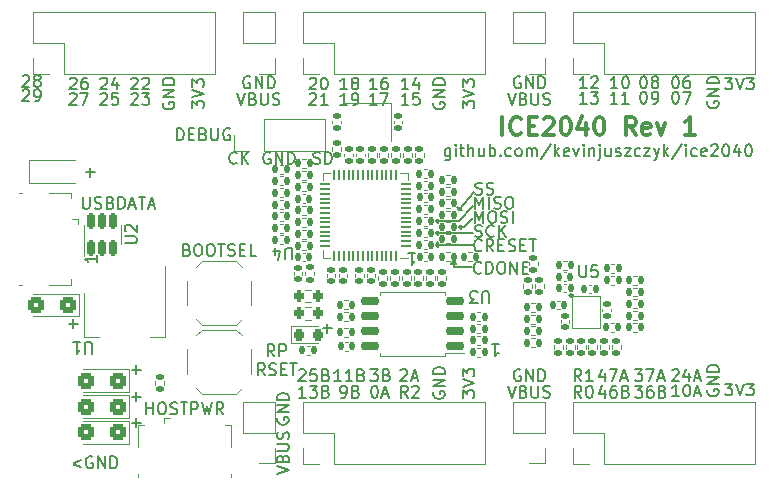
<source format=gto>
G04 #@! TF.GenerationSoftware,KiCad,Pcbnew,(6.0.7)*
G04 #@! TF.CreationDate,2022-09-05T12:55:51-07:00*
G04 #@! TF.ProjectId,ice2040,69636532-3034-4302-9e6b-696361645f70,1*
G04 #@! TF.SameCoordinates,Original*
G04 #@! TF.FileFunction,Legend,Top*
G04 #@! TF.FilePolarity,Positive*
%FSLAX46Y46*%
G04 Gerber Fmt 4.6, Leading zero omitted, Abs format (unit mm)*
G04 Created by KiCad (PCBNEW (6.0.7)) date 2022-09-05 12:55:51*
%MOMM*%
%LPD*%
G01*
G04 APERTURE LIST*
G04 Aperture macros list*
%AMRoundRect*
0 Rectangle with rounded corners*
0 $1 Rounding radius*
0 $2 $3 $4 $5 $6 $7 $8 $9 X,Y pos of 4 corners*
0 Add a 4 corners polygon primitive as box body*
4,1,4,$2,$3,$4,$5,$6,$7,$8,$9,$2,$3,0*
0 Add four circle primitives for the rounded corners*
1,1,$1+$1,$2,$3*
1,1,$1+$1,$4,$5*
1,1,$1+$1,$6,$7*
1,1,$1+$1,$8,$9*
0 Add four rect primitives between the rounded corners*
20,1,$1+$1,$2,$3,$4,$5,0*
20,1,$1+$1,$4,$5,$6,$7,0*
20,1,$1+$1,$6,$7,$8,$9,0*
20,1,$1+$1,$8,$9,$2,$3,0*%
G04 Aperture macros list end*
%ADD10C,0.150000*%
%ADD11C,0.300000*%
%ADD12C,0.120000*%
%ADD13C,0.260000*%
%ADD14C,0.127000*%
%ADD15C,0.135000*%
%ADD16RoundRect,0.200000X-0.200000X-0.275000X0.200000X-0.275000X0.200000X0.275000X-0.200000X0.275000X0*%
%ADD17RoundRect,0.135000X0.135000X0.185000X-0.135000X0.185000X-0.135000X-0.185000X0.135000X-0.185000X0*%
%ADD18RoundRect,0.135000X-0.185000X0.135000X-0.185000X-0.135000X0.185000X-0.135000X0.185000X0.135000X0*%
%ADD19RoundRect,0.140000X0.140000X0.170000X-0.140000X0.170000X-0.140000X-0.170000X0.140000X-0.170000X0*%
%ADD20RoundRect,0.135000X0.185000X-0.135000X0.185000X0.135000X-0.185000X0.135000X-0.185000X-0.135000X0*%
%ADD21RoundRect,0.135000X-0.135000X-0.185000X0.135000X-0.185000X0.135000X0.185000X-0.135000X0.185000X0*%
%ADD22RoundRect,0.250000X0.450000X0.425000X-0.450000X0.425000X-0.450000X-0.425000X0.450000X-0.425000X0*%
%ADD23R,1.400000X1.200000*%
%ADD24R,1.500000X2.000000*%
%ADD25R,3.800000X2.000000*%
%ADD26RoundRect,0.140000X-0.140000X-0.170000X0.140000X-0.170000X0.140000X0.170000X-0.140000X0.170000X0*%
%ADD27R,0.400000X1.350000*%
%ADD28C,1.450000*%
%ADD29R,1.200000X1.900000*%
%ADD30O,1.200000X1.900000*%
%ADD31R,1.500000X1.900000*%
%ADD32RoundRect,0.140000X-0.170000X0.140000X-0.170000X-0.140000X0.170000X-0.140000X0.170000X0.140000X0*%
%ADD33RoundRect,0.140000X0.170000X-0.140000X0.170000X0.140000X-0.170000X0.140000X-0.170000X-0.140000X0*%
%ADD34R,0.900000X1.200000*%
%ADD35RoundRect,0.150000X0.150000X-0.512500X0.150000X0.512500X-0.150000X0.512500X-0.150000X-0.512500X0*%
%ADD36R,1.700000X1.700000*%
%ADD37O,1.700000X1.700000*%
%ADD38R,1.800000X1.100000*%
%ADD39RoundRect,0.218750X-0.218750X-0.256250X0.218750X-0.256250X0.218750X0.256250X-0.218750X0.256250X0*%
%ADD40RoundRect,0.150000X0.650000X0.150000X-0.650000X0.150000X-0.650000X-0.150000X0.650000X-0.150000X0*%
%ADD41C,2.200000*%
%ADD42C,0.127000*%
%ADD43C,0.254000*%
%ADD44RoundRect,0.050000X0.387500X0.050000X-0.387500X0.050000X-0.387500X-0.050000X0.387500X-0.050000X0*%
%ADD45RoundRect,0.050000X0.050000X0.387500X-0.050000X0.387500X-0.050000X-0.387500X0.050000X-0.387500X0*%
%ADD46R,3.200000X3.200000*%
%ADD47R,1.350000X0.400000*%
%ADD48O,1.900000X1.200000*%
%ADD49R,1.900000X1.200000*%
%ADD50R,1.900000X1.500000*%
G04 APERTURE END LIST*
D10*
X146620000Y-100880000D02*
X146420000Y-100680000D01*
X144520000Y-102180000D02*
X144720000Y-101980000D01*
X146420000Y-104080000D02*
X146020000Y-104080000D01*
X145820000Y-103780000D02*
X146220000Y-103780000D01*
X144720000Y-100380000D02*
X144520000Y-100180000D01*
X147520000Y-102180000D02*
X147620000Y-102180000D01*
X146920000Y-100680000D02*
X147620000Y-99880000D01*
X144720000Y-100980000D02*
X144720000Y-101380000D01*
X146420000Y-102180000D02*
X144520000Y-102180000D01*
X144520000Y-100180000D02*
X144720000Y-99980000D01*
X146620000Y-100480000D02*
X146620000Y-100880000D01*
X146420000Y-104080000D02*
X147520000Y-104080000D01*
X146220000Y-103780000D02*
X146020000Y-103580000D01*
X144520000Y-101180000D02*
X144720000Y-100980000D01*
X146420000Y-102180000D02*
X147520000Y-102180000D01*
X146020000Y-104080000D02*
X146020000Y-103580000D01*
X146420000Y-100680000D02*
X146920000Y-100680000D01*
X146420000Y-100180000D02*
X147620000Y-98880000D01*
X146420000Y-101180000D02*
X144520000Y-101180000D01*
X146420000Y-100680000D02*
X146620000Y-100480000D01*
X144720000Y-101380000D02*
X144520000Y-101180000D01*
X144720000Y-101980000D02*
X144720000Y-102380000D01*
X146420000Y-101180000D02*
X147620000Y-101180000D01*
X147720000Y-97680000D02*
X146420000Y-99280000D01*
X146720000Y-99280000D02*
X146420000Y-99280000D01*
X146420000Y-99280000D02*
X146320000Y-98980000D01*
X144720000Y-99980000D02*
X144720000Y-100380000D01*
X146420000Y-100180000D02*
X144520000Y-100180000D01*
X146320000Y-98980000D02*
X146720000Y-99280000D01*
X144720000Y-102380000D02*
X144520000Y-102180000D01*
X146020000Y-103580000D02*
X145820000Y-103780000D01*
X164746071Y-87932380D02*
X164841309Y-87932380D01*
X164936547Y-87980000D01*
X164984166Y-88027619D01*
X165031785Y-88122857D01*
X165079404Y-88313333D01*
X165079404Y-88551428D01*
X165031785Y-88741904D01*
X164984166Y-88837142D01*
X164936547Y-88884761D01*
X164841309Y-88932380D01*
X164746071Y-88932380D01*
X164650833Y-88884761D01*
X164603214Y-88837142D01*
X164555595Y-88741904D01*
X164507976Y-88551428D01*
X164507976Y-88313333D01*
X164555595Y-88122857D01*
X164603214Y-88027619D01*
X164650833Y-87980000D01*
X164746071Y-87932380D01*
X165936547Y-87932380D02*
X165746071Y-87932380D01*
X165650833Y-87980000D01*
X165603214Y-88027619D01*
X165507976Y-88170476D01*
X165460357Y-88360952D01*
X165460357Y-88741904D01*
X165507976Y-88837142D01*
X165555595Y-88884761D01*
X165650833Y-88932380D01*
X165841309Y-88932380D01*
X165936547Y-88884761D01*
X165984166Y-88837142D01*
X166031785Y-88741904D01*
X166031785Y-88503809D01*
X165984166Y-88408571D01*
X165936547Y-88360952D01*
X165841309Y-88313333D01*
X165650833Y-88313333D01*
X165555595Y-88360952D01*
X165507976Y-88408571D01*
X165460357Y-88503809D01*
X118707976Y-88127619D02*
X118755595Y-88080000D01*
X118850833Y-88032380D01*
X119088928Y-88032380D01*
X119184166Y-88080000D01*
X119231785Y-88127619D01*
X119279404Y-88222857D01*
X119279404Y-88318095D01*
X119231785Y-88460952D01*
X118660357Y-89032380D01*
X119279404Y-89032380D01*
X119660357Y-88127619D02*
X119707976Y-88080000D01*
X119803214Y-88032380D01*
X120041309Y-88032380D01*
X120136547Y-88080000D01*
X120184166Y-88127619D01*
X120231785Y-88222857D01*
X120231785Y-88318095D01*
X120184166Y-88460952D01*
X119612738Y-89032380D01*
X120231785Y-89032380D01*
X114620000Y-98132380D02*
X114620000Y-98941904D01*
X114667619Y-99037142D01*
X114715238Y-99084761D01*
X114810476Y-99132380D01*
X115000952Y-99132380D01*
X115096190Y-99084761D01*
X115143809Y-99037142D01*
X115191428Y-98941904D01*
X115191428Y-98132380D01*
X115620000Y-99084761D02*
X115762857Y-99132380D01*
X116000952Y-99132380D01*
X116096190Y-99084761D01*
X116143809Y-99037142D01*
X116191428Y-98941904D01*
X116191428Y-98846666D01*
X116143809Y-98751428D01*
X116096190Y-98703809D01*
X116000952Y-98656190D01*
X115810476Y-98608571D01*
X115715238Y-98560952D01*
X115667619Y-98513333D01*
X115620000Y-98418095D01*
X115620000Y-98322857D01*
X115667619Y-98227619D01*
X115715238Y-98180000D01*
X115810476Y-98132380D01*
X116048571Y-98132380D01*
X116191428Y-98180000D01*
X116953333Y-98608571D02*
X117096190Y-98656190D01*
X117143809Y-98703809D01*
X117191428Y-98799047D01*
X117191428Y-98941904D01*
X117143809Y-99037142D01*
X117096190Y-99084761D01*
X117000952Y-99132380D01*
X116620000Y-99132380D01*
X116620000Y-98132380D01*
X116953333Y-98132380D01*
X117048571Y-98180000D01*
X117096190Y-98227619D01*
X117143809Y-98322857D01*
X117143809Y-98418095D01*
X117096190Y-98513333D01*
X117048571Y-98560952D01*
X116953333Y-98608571D01*
X116620000Y-98608571D01*
X117620000Y-99132380D02*
X117620000Y-98132380D01*
X117858095Y-98132380D01*
X118000952Y-98180000D01*
X118096190Y-98275238D01*
X118143809Y-98370476D01*
X118191428Y-98560952D01*
X118191428Y-98703809D01*
X118143809Y-98894285D01*
X118096190Y-98989523D01*
X118000952Y-99084761D01*
X117858095Y-99132380D01*
X117620000Y-99132380D01*
X118572380Y-98846666D02*
X119048571Y-98846666D01*
X118477142Y-99132380D02*
X118810476Y-98132380D01*
X119143809Y-99132380D01*
X119334285Y-98132380D02*
X119905714Y-98132380D01*
X119620000Y-99132380D02*
X119620000Y-98132380D01*
X120191428Y-98846666D02*
X120667619Y-98846666D01*
X120096190Y-99132380D02*
X120429523Y-98132380D01*
X120762857Y-99132380D01*
X167520000Y-114441904D02*
X167472380Y-114537142D01*
X167472380Y-114680000D01*
X167520000Y-114822857D01*
X167615238Y-114918095D01*
X167710476Y-114965714D01*
X167900952Y-115013333D01*
X168043809Y-115013333D01*
X168234285Y-114965714D01*
X168329523Y-114918095D01*
X168424761Y-114822857D01*
X168472380Y-114680000D01*
X168472380Y-114584761D01*
X168424761Y-114441904D01*
X168377142Y-114394285D01*
X168043809Y-114394285D01*
X168043809Y-114584761D01*
X168472380Y-113965714D02*
X167472380Y-113965714D01*
X168472380Y-113394285D01*
X167472380Y-113394285D01*
X168472380Y-112918095D02*
X167472380Y-112918095D01*
X167472380Y-112680000D01*
X167520000Y-112537142D01*
X167615238Y-112441904D01*
X167710476Y-112394285D01*
X167900952Y-112346666D01*
X168043809Y-112346666D01*
X168234285Y-112394285D01*
X168329523Y-112441904D01*
X168424761Y-112537142D01*
X168472380Y-112680000D01*
X168472380Y-112918095D01*
X132907976Y-112827619D02*
X132955595Y-112780000D01*
X133050833Y-112732380D01*
X133288928Y-112732380D01*
X133384166Y-112780000D01*
X133431785Y-112827619D01*
X133479404Y-112922857D01*
X133479404Y-113018095D01*
X133431785Y-113160952D01*
X132860357Y-113732380D01*
X133479404Y-113732380D01*
X134384166Y-112732380D02*
X133907976Y-112732380D01*
X133860357Y-113208571D01*
X133907976Y-113160952D01*
X134003214Y-113113333D01*
X134241309Y-113113333D01*
X134336547Y-113160952D01*
X134384166Y-113208571D01*
X134431785Y-113303809D01*
X134431785Y-113541904D01*
X134384166Y-113637142D01*
X134336547Y-113684761D01*
X134241309Y-113732380D01*
X134003214Y-113732380D01*
X133907976Y-113684761D01*
X133860357Y-113637142D01*
X135193690Y-113208571D02*
X135336547Y-113256190D01*
X135384166Y-113303809D01*
X135431785Y-113399047D01*
X135431785Y-113541904D01*
X135384166Y-113637142D01*
X135336547Y-113684761D01*
X135241309Y-113732380D01*
X134860357Y-113732380D01*
X134860357Y-112732380D01*
X135193690Y-112732380D01*
X135288928Y-112780000D01*
X135336547Y-112827619D01*
X135384166Y-112922857D01*
X135384166Y-113018095D01*
X135336547Y-113113333D01*
X135288928Y-113160952D01*
X135193690Y-113208571D01*
X134860357Y-113208571D01*
X147848571Y-100332380D02*
X147848571Y-99332380D01*
X148181904Y-100046666D01*
X148515238Y-99332380D01*
X148515238Y-100332380D01*
X149181904Y-99332380D02*
X149372380Y-99332380D01*
X149467619Y-99380000D01*
X149562857Y-99475238D01*
X149610476Y-99665714D01*
X149610476Y-99999047D01*
X149562857Y-100189523D01*
X149467619Y-100284761D01*
X149372380Y-100332380D01*
X149181904Y-100332380D01*
X149086666Y-100284761D01*
X148991428Y-100189523D01*
X148943809Y-99999047D01*
X148943809Y-99665714D01*
X148991428Y-99475238D01*
X149086666Y-99380000D01*
X149181904Y-99332380D01*
X149991428Y-100284761D02*
X150134285Y-100332380D01*
X150372380Y-100332380D01*
X150467619Y-100284761D01*
X150515238Y-100237142D01*
X150562857Y-100141904D01*
X150562857Y-100046666D01*
X150515238Y-99951428D01*
X150467619Y-99903809D01*
X150372380Y-99856190D01*
X150181904Y-99808571D01*
X150086666Y-99760952D01*
X150039047Y-99713333D01*
X149991428Y-99618095D01*
X149991428Y-99522857D01*
X150039047Y-99427619D01*
X150086666Y-99380000D01*
X150181904Y-99332380D01*
X150420000Y-99332380D01*
X150562857Y-99380000D01*
X150991428Y-100332380D02*
X150991428Y-99332380D01*
X150586666Y-114132380D02*
X150920000Y-115132380D01*
X151253333Y-114132380D01*
X151920000Y-114608571D02*
X152062857Y-114656190D01*
X152110476Y-114703809D01*
X152158095Y-114799047D01*
X152158095Y-114941904D01*
X152110476Y-115037142D01*
X152062857Y-115084761D01*
X151967619Y-115132380D01*
X151586666Y-115132380D01*
X151586666Y-114132380D01*
X151920000Y-114132380D01*
X152015238Y-114180000D01*
X152062857Y-114227619D01*
X152110476Y-114322857D01*
X152110476Y-114418095D01*
X152062857Y-114513333D01*
X152015238Y-114560952D01*
X151920000Y-114608571D01*
X151586666Y-114608571D01*
X152586666Y-114132380D02*
X152586666Y-114941904D01*
X152634285Y-115037142D01*
X152681904Y-115084761D01*
X152777142Y-115132380D01*
X152967619Y-115132380D01*
X153062857Y-115084761D01*
X153110476Y-115037142D01*
X153158095Y-114941904D01*
X153158095Y-114132380D01*
X153586666Y-115084761D02*
X153729523Y-115132380D01*
X153967619Y-115132380D01*
X154062857Y-115084761D01*
X154110476Y-115037142D01*
X154158095Y-114941904D01*
X154158095Y-114846666D01*
X154110476Y-114751428D01*
X154062857Y-114703809D01*
X153967619Y-114656190D01*
X153777142Y-114608571D01*
X153681904Y-114560952D01*
X153634285Y-114513333D01*
X153586666Y-114418095D01*
X153586666Y-114322857D01*
X153634285Y-114227619D01*
X153681904Y-114180000D01*
X153777142Y-114132380D01*
X154015238Y-114132380D01*
X154158095Y-114180000D01*
X165079404Y-115032380D02*
X164507976Y-115032380D01*
X164793690Y-115032380D02*
X164793690Y-114032380D01*
X164698452Y-114175238D01*
X164603214Y-114270476D01*
X164507976Y-114318095D01*
X165698452Y-114032380D02*
X165793690Y-114032380D01*
X165888928Y-114080000D01*
X165936547Y-114127619D01*
X165984166Y-114222857D01*
X166031785Y-114413333D01*
X166031785Y-114651428D01*
X165984166Y-114841904D01*
X165936547Y-114937142D01*
X165888928Y-114984761D01*
X165793690Y-115032380D01*
X165698452Y-115032380D01*
X165603214Y-114984761D01*
X165555595Y-114937142D01*
X165507976Y-114841904D01*
X165460357Y-114651428D01*
X165460357Y-114413333D01*
X165507976Y-114222857D01*
X165555595Y-114127619D01*
X165603214Y-114080000D01*
X165698452Y-114032380D01*
X166412738Y-114746666D02*
X166888928Y-114746666D01*
X166317500Y-115032380D02*
X166650833Y-114032380D01*
X166984166Y-115032380D01*
X136979404Y-90332380D02*
X136407976Y-90332380D01*
X136693690Y-90332380D02*
X136693690Y-89332380D01*
X136598452Y-89475238D01*
X136503214Y-89570476D01*
X136407976Y-89618095D01*
X137455595Y-90332380D02*
X137646071Y-90332380D01*
X137741309Y-90284761D01*
X137788928Y-90237142D01*
X137884166Y-90094285D01*
X137931785Y-89903809D01*
X137931785Y-89522857D01*
X137884166Y-89427619D01*
X137836547Y-89380000D01*
X137741309Y-89332380D01*
X137550833Y-89332380D01*
X137455595Y-89380000D01*
X137407976Y-89427619D01*
X137360357Y-89522857D01*
X137360357Y-89760952D01*
X137407976Y-89856190D01*
X137455595Y-89903809D01*
X137550833Y-89951428D01*
X137741309Y-89951428D01*
X137836547Y-89903809D01*
X137884166Y-89856190D01*
X137931785Y-89760952D01*
X164746071Y-89232380D02*
X164841309Y-89232380D01*
X164936547Y-89280000D01*
X164984166Y-89327619D01*
X165031785Y-89422857D01*
X165079404Y-89613333D01*
X165079404Y-89851428D01*
X165031785Y-90041904D01*
X164984166Y-90137142D01*
X164936547Y-90184761D01*
X164841309Y-90232380D01*
X164746071Y-90232380D01*
X164650833Y-90184761D01*
X164603214Y-90137142D01*
X164555595Y-90041904D01*
X164507976Y-89851428D01*
X164507976Y-89613333D01*
X164555595Y-89422857D01*
X164603214Y-89327619D01*
X164650833Y-89280000D01*
X164746071Y-89232380D01*
X165412738Y-89232380D02*
X166079404Y-89232380D01*
X165650833Y-90232380D01*
X130458095Y-94380000D02*
X130362857Y-94332380D01*
X130220000Y-94332380D01*
X130077142Y-94380000D01*
X129981904Y-94475238D01*
X129934285Y-94570476D01*
X129886666Y-94760952D01*
X129886666Y-94903809D01*
X129934285Y-95094285D01*
X129981904Y-95189523D01*
X130077142Y-95284761D01*
X130220000Y-95332380D01*
X130315238Y-95332380D01*
X130458095Y-95284761D01*
X130505714Y-95237142D01*
X130505714Y-94903809D01*
X130315238Y-94903809D01*
X130934285Y-95332380D02*
X130934285Y-94332380D01*
X131505714Y-95332380D01*
X131505714Y-94332380D01*
X131981904Y-95332380D02*
X131981904Y-94332380D01*
X132220000Y-94332380D01*
X132362857Y-94380000D01*
X132458095Y-94475238D01*
X132505714Y-94570476D01*
X132553333Y-94760952D01*
X132553333Y-94903809D01*
X132505714Y-95094285D01*
X132458095Y-95189523D01*
X132362857Y-95284761D01*
X132220000Y-95332380D01*
X131981904Y-95332380D01*
X134134285Y-95284761D02*
X134277142Y-95332380D01*
X134515238Y-95332380D01*
X134610476Y-95284761D01*
X134658095Y-95237142D01*
X134705714Y-95141904D01*
X134705714Y-95046666D01*
X134658095Y-94951428D01*
X134610476Y-94903809D01*
X134515238Y-94856190D01*
X134324761Y-94808571D01*
X134229523Y-94760952D01*
X134181904Y-94713333D01*
X134134285Y-94618095D01*
X134134285Y-94522857D01*
X134181904Y-94427619D01*
X134229523Y-94380000D01*
X134324761Y-94332380D01*
X134562857Y-94332380D01*
X134705714Y-94380000D01*
X135134285Y-95332380D02*
X135134285Y-94332380D01*
X135372380Y-94332380D01*
X135515238Y-94380000D01*
X135610476Y-94475238D01*
X135658095Y-94570476D01*
X135705714Y-94760952D01*
X135705714Y-94903809D01*
X135658095Y-95094285D01*
X135610476Y-95189523D01*
X135515238Y-95284761D01*
X135372380Y-95332380D01*
X135134285Y-95332380D01*
X136479404Y-113732380D02*
X135907976Y-113732380D01*
X136193690Y-113732380D02*
X136193690Y-112732380D01*
X136098452Y-112875238D01*
X136003214Y-112970476D01*
X135907976Y-113018095D01*
X137431785Y-113732380D02*
X136860357Y-113732380D01*
X137146071Y-113732380D02*
X137146071Y-112732380D01*
X137050833Y-112875238D01*
X136955595Y-112970476D01*
X136860357Y-113018095D01*
X138193690Y-113208571D02*
X138336547Y-113256190D01*
X138384166Y-113303809D01*
X138431785Y-113399047D01*
X138431785Y-113541904D01*
X138384166Y-113637142D01*
X138336547Y-113684761D01*
X138241309Y-113732380D01*
X137860357Y-113732380D01*
X137860357Y-112732380D01*
X138193690Y-112732380D01*
X138288928Y-112780000D01*
X138336547Y-112827619D01*
X138384166Y-112922857D01*
X138384166Y-113018095D01*
X138336547Y-113113333D01*
X138288928Y-113160952D01*
X138193690Y-113208571D01*
X137860357Y-113208571D01*
X146772380Y-115118095D02*
X146772380Y-114499047D01*
X147153333Y-114832380D01*
X147153333Y-114689523D01*
X147200952Y-114594285D01*
X147248571Y-114546666D01*
X147343809Y-114499047D01*
X147581904Y-114499047D01*
X147677142Y-114546666D01*
X147724761Y-114594285D01*
X147772380Y-114689523D01*
X147772380Y-114975238D01*
X147724761Y-115070476D01*
X147677142Y-115118095D01*
X146772380Y-114213333D02*
X147772380Y-113880000D01*
X146772380Y-113546666D01*
X146772380Y-113308571D02*
X146772380Y-112689523D01*
X147153333Y-113022857D01*
X147153333Y-112880000D01*
X147200952Y-112784761D01*
X147248571Y-112737142D01*
X147343809Y-112689523D01*
X147581904Y-112689523D01*
X147677142Y-112737142D01*
X147724761Y-112784761D01*
X147772380Y-112880000D01*
X147772380Y-113165714D01*
X147724761Y-113260952D01*
X147677142Y-113308571D01*
X144320000Y-114641904D02*
X144272380Y-114737142D01*
X144272380Y-114880000D01*
X144320000Y-115022857D01*
X144415238Y-115118095D01*
X144510476Y-115165714D01*
X144700952Y-115213333D01*
X144843809Y-115213333D01*
X145034285Y-115165714D01*
X145129523Y-115118095D01*
X145224761Y-115022857D01*
X145272380Y-114880000D01*
X145272380Y-114784761D01*
X145224761Y-114641904D01*
X145177142Y-114594285D01*
X144843809Y-114594285D01*
X144843809Y-114784761D01*
X145272380Y-114165714D02*
X144272380Y-114165714D01*
X145272380Y-113594285D01*
X144272380Y-113594285D01*
X145272380Y-113118095D02*
X144272380Y-113118095D01*
X144272380Y-112880000D01*
X144320000Y-112737142D01*
X144415238Y-112641904D01*
X144510476Y-112594285D01*
X144700952Y-112546666D01*
X144843809Y-112546666D01*
X145034285Y-112594285D01*
X145129523Y-112641904D01*
X145224761Y-112737142D01*
X145272380Y-112880000D01*
X145272380Y-113118095D01*
X127686666Y-89332380D02*
X128020000Y-90332380D01*
X128353333Y-89332380D01*
X129020000Y-89808571D02*
X129162857Y-89856190D01*
X129210476Y-89903809D01*
X129258095Y-89999047D01*
X129258095Y-90141904D01*
X129210476Y-90237142D01*
X129162857Y-90284761D01*
X129067619Y-90332380D01*
X128686666Y-90332380D01*
X128686666Y-89332380D01*
X129020000Y-89332380D01*
X129115238Y-89380000D01*
X129162857Y-89427619D01*
X129210476Y-89522857D01*
X129210476Y-89618095D01*
X129162857Y-89713333D01*
X129115238Y-89760952D01*
X129020000Y-89808571D01*
X128686666Y-89808571D01*
X129686666Y-89332380D02*
X129686666Y-90141904D01*
X129734285Y-90237142D01*
X129781904Y-90284761D01*
X129877142Y-90332380D01*
X130067619Y-90332380D01*
X130162857Y-90284761D01*
X130210476Y-90237142D01*
X130258095Y-90141904D01*
X130258095Y-89332380D01*
X130686666Y-90284761D02*
X130829523Y-90332380D01*
X131067619Y-90332380D01*
X131162857Y-90284761D01*
X131210476Y-90237142D01*
X131258095Y-90141904D01*
X131258095Y-90046666D01*
X131210476Y-89951428D01*
X131162857Y-89903809D01*
X131067619Y-89856190D01*
X130877142Y-89808571D01*
X130781904Y-89760952D01*
X130734285Y-89713333D01*
X130686666Y-89618095D01*
X130686666Y-89522857D01*
X130734285Y-89427619D01*
X130781904Y-89380000D01*
X130877142Y-89332380D01*
X131115238Y-89332380D01*
X131258095Y-89380000D01*
X146772380Y-90618095D02*
X146772380Y-89999047D01*
X147153333Y-90332380D01*
X147153333Y-90189523D01*
X147200952Y-90094285D01*
X147248571Y-90046666D01*
X147343809Y-89999047D01*
X147581904Y-89999047D01*
X147677142Y-90046666D01*
X147724761Y-90094285D01*
X147772380Y-90189523D01*
X147772380Y-90475238D01*
X147724761Y-90570476D01*
X147677142Y-90618095D01*
X146772380Y-89713333D02*
X147772380Y-89380000D01*
X146772380Y-89046666D01*
X146772380Y-88808571D02*
X146772380Y-88189523D01*
X147153333Y-88522857D01*
X147153333Y-88380000D01*
X147200952Y-88284761D01*
X147248571Y-88237142D01*
X147343809Y-88189523D01*
X147581904Y-88189523D01*
X147677142Y-88237142D01*
X147724761Y-88284761D01*
X147772380Y-88380000D01*
X147772380Y-88665714D01*
X147724761Y-88760952D01*
X147677142Y-88808571D01*
X168981904Y-113932380D02*
X169600952Y-113932380D01*
X169267619Y-114313333D01*
X169410476Y-114313333D01*
X169505714Y-114360952D01*
X169553333Y-114408571D01*
X169600952Y-114503809D01*
X169600952Y-114741904D01*
X169553333Y-114837142D01*
X169505714Y-114884761D01*
X169410476Y-114932380D01*
X169124761Y-114932380D01*
X169029523Y-114884761D01*
X168981904Y-114837142D01*
X169886666Y-113932380D02*
X170220000Y-114932380D01*
X170553333Y-113932380D01*
X170791428Y-113932380D02*
X171410476Y-113932380D01*
X171077142Y-114313333D01*
X171220000Y-114313333D01*
X171315238Y-114360952D01*
X171362857Y-114408571D01*
X171410476Y-114503809D01*
X171410476Y-114741904D01*
X171362857Y-114837142D01*
X171315238Y-114884761D01*
X171220000Y-114932380D01*
X170934285Y-114932380D01*
X170839047Y-114884761D01*
X170791428Y-114837142D01*
X109507976Y-89127619D02*
X109555595Y-89080000D01*
X109650833Y-89032380D01*
X109888928Y-89032380D01*
X109984166Y-89080000D01*
X110031785Y-89127619D01*
X110079404Y-89222857D01*
X110079404Y-89318095D01*
X110031785Y-89460952D01*
X109460357Y-90032380D01*
X110079404Y-90032380D01*
X110555595Y-90032380D02*
X110746071Y-90032380D01*
X110841309Y-89984761D01*
X110888928Y-89937142D01*
X110984166Y-89794285D01*
X111031785Y-89603809D01*
X111031785Y-89222857D01*
X110984166Y-89127619D01*
X110936547Y-89080000D01*
X110841309Y-89032380D01*
X110650833Y-89032380D01*
X110555595Y-89080000D01*
X110507976Y-89127619D01*
X110460357Y-89222857D01*
X110460357Y-89460952D01*
X110507976Y-89556190D01*
X110555595Y-89603809D01*
X110650833Y-89651428D01*
X110841309Y-89651428D01*
X110936547Y-89603809D01*
X110984166Y-89556190D01*
X111031785Y-89460952D01*
X139479404Y-90332380D02*
X138907976Y-90332380D01*
X139193690Y-90332380D02*
X139193690Y-89332380D01*
X139098452Y-89475238D01*
X139003214Y-89570476D01*
X138907976Y-89618095D01*
X139812738Y-89332380D02*
X140479404Y-89332380D01*
X140050833Y-90332380D01*
X114839047Y-96051428D02*
X115600952Y-96051428D01*
X115220000Y-96432380D02*
X115220000Y-95670476D01*
X138960357Y-112732380D02*
X139579404Y-112732380D01*
X139246071Y-113113333D01*
X139388928Y-113113333D01*
X139484166Y-113160952D01*
X139531785Y-113208571D01*
X139579404Y-113303809D01*
X139579404Y-113541904D01*
X139531785Y-113637142D01*
X139484166Y-113684761D01*
X139388928Y-113732380D01*
X139103214Y-113732380D01*
X139007976Y-113684761D01*
X138960357Y-113637142D01*
X140341309Y-113208571D02*
X140484166Y-113256190D01*
X140531785Y-113303809D01*
X140579404Y-113399047D01*
X140579404Y-113541904D01*
X140531785Y-113637142D01*
X140484166Y-113684761D01*
X140388928Y-113732380D01*
X140007976Y-113732380D01*
X140007976Y-112732380D01*
X140341309Y-112732380D01*
X140436547Y-112780000D01*
X140484166Y-112827619D01*
X140531785Y-112922857D01*
X140531785Y-113018095D01*
X140484166Y-113113333D01*
X140436547Y-113160952D01*
X140341309Y-113208571D01*
X140007976Y-113208571D01*
X134939047Y-109251428D02*
X135700952Y-109251428D01*
X135320000Y-109632380D02*
X135320000Y-108870476D01*
X150586666Y-89332380D02*
X150920000Y-90332380D01*
X151253333Y-89332380D01*
X151920000Y-89808571D02*
X152062857Y-89856190D01*
X152110476Y-89903809D01*
X152158095Y-89999047D01*
X152158095Y-90141904D01*
X152110476Y-90237142D01*
X152062857Y-90284761D01*
X151967619Y-90332380D01*
X151586666Y-90332380D01*
X151586666Y-89332380D01*
X151920000Y-89332380D01*
X152015238Y-89380000D01*
X152062857Y-89427619D01*
X152110476Y-89522857D01*
X152110476Y-89618095D01*
X152062857Y-89713333D01*
X152015238Y-89760952D01*
X151920000Y-89808571D01*
X151586666Y-89808571D01*
X152586666Y-89332380D02*
X152586666Y-90141904D01*
X152634285Y-90237142D01*
X152681904Y-90284761D01*
X152777142Y-90332380D01*
X152967619Y-90332380D01*
X153062857Y-90284761D01*
X153110476Y-90237142D01*
X153158095Y-90141904D01*
X153158095Y-89332380D01*
X153586666Y-90284761D02*
X153729523Y-90332380D01*
X153967619Y-90332380D01*
X154062857Y-90284761D01*
X154110476Y-90237142D01*
X154158095Y-90141904D01*
X154158095Y-90046666D01*
X154110476Y-89951428D01*
X154062857Y-89903809D01*
X153967619Y-89856190D01*
X153777142Y-89808571D01*
X153681904Y-89760952D01*
X153634285Y-89713333D01*
X153586666Y-89618095D01*
X153586666Y-89522857D01*
X153634285Y-89427619D01*
X153681904Y-89380000D01*
X153777142Y-89332380D01*
X154015238Y-89332380D01*
X154158095Y-89380000D01*
X161360357Y-112732380D02*
X161979404Y-112732380D01*
X161646071Y-113113333D01*
X161788928Y-113113333D01*
X161884166Y-113160952D01*
X161931785Y-113208571D01*
X161979404Y-113303809D01*
X161979404Y-113541904D01*
X161931785Y-113637142D01*
X161884166Y-113684761D01*
X161788928Y-113732380D01*
X161503214Y-113732380D01*
X161407976Y-113684761D01*
X161360357Y-113637142D01*
X162312738Y-112732380D02*
X162979404Y-112732380D01*
X162550833Y-113732380D01*
X163312738Y-113446666D02*
X163788928Y-113446666D01*
X163217500Y-113732380D02*
X163550833Y-112732380D01*
X163884166Y-113732380D01*
X118739047Y-117251428D02*
X119500952Y-117251428D01*
X119120000Y-117632380D02*
X119120000Y-116870476D01*
X118739047Y-112751428D02*
X119500952Y-112751428D01*
X119120000Y-113132380D02*
X119120000Y-112370476D01*
X127629523Y-95237142D02*
X127581904Y-95284761D01*
X127439047Y-95332380D01*
X127343809Y-95332380D01*
X127200952Y-95284761D01*
X127105714Y-95189523D01*
X127058095Y-95094285D01*
X127010476Y-94903809D01*
X127010476Y-94760952D01*
X127058095Y-94570476D01*
X127105714Y-94475238D01*
X127200952Y-94380000D01*
X127343809Y-94332380D01*
X127439047Y-94332380D01*
X127581904Y-94380000D01*
X127629523Y-94427619D01*
X128058095Y-95332380D02*
X128058095Y-94332380D01*
X128629523Y-95332380D02*
X128200952Y-94760952D01*
X128629523Y-94332380D02*
X128058095Y-94903809D01*
X114427142Y-120435714D02*
X113665238Y-120721428D01*
X114427142Y-121007142D01*
X115427142Y-120150000D02*
X115331904Y-120102380D01*
X115189047Y-120102380D01*
X115046190Y-120150000D01*
X114950952Y-120245238D01*
X114903333Y-120340476D01*
X114855714Y-120530952D01*
X114855714Y-120673809D01*
X114903333Y-120864285D01*
X114950952Y-120959523D01*
X115046190Y-121054761D01*
X115189047Y-121102380D01*
X115284285Y-121102380D01*
X115427142Y-121054761D01*
X115474761Y-121007142D01*
X115474761Y-120673809D01*
X115284285Y-120673809D01*
X115903333Y-121102380D02*
X115903333Y-120102380D01*
X116474761Y-121102380D01*
X116474761Y-120102380D01*
X116950952Y-121102380D02*
X116950952Y-120102380D01*
X117189047Y-120102380D01*
X117331904Y-120150000D01*
X117427142Y-120245238D01*
X117474761Y-120340476D01*
X117522380Y-120530952D01*
X117522380Y-120673809D01*
X117474761Y-120864285D01*
X117427142Y-120959523D01*
X117331904Y-121054761D01*
X117189047Y-121102380D01*
X116950952Y-121102380D01*
X167520000Y-90041904D02*
X167472380Y-90137142D01*
X167472380Y-90280000D01*
X167520000Y-90422857D01*
X167615238Y-90518095D01*
X167710476Y-90565714D01*
X167900952Y-90613333D01*
X168043809Y-90613333D01*
X168234285Y-90565714D01*
X168329523Y-90518095D01*
X168424761Y-90422857D01*
X168472380Y-90280000D01*
X168472380Y-90184761D01*
X168424761Y-90041904D01*
X168377142Y-89994285D01*
X168043809Y-89994285D01*
X168043809Y-90184761D01*
X168472380Y-89565714D02*
X167472380Y-89565714D01*
X168472380Y-88994285D01*
X167472380Y-88994285D01*
X168472380Y-88518095D02*
X167472380Y-88518095D01*
X167472380Y-88280000D01*
X167520000Y-88137142D01*
X167615238Y-88041904D01*
X167710476Y-87994285D01*
X167900952Y-87946666D01*
X168043809Y-87946666D01*
X168234285Y-87994285D01*
X168329523Y-88041904D01*
X168424761Y-88137142D01*
X168472380Y-88280000D01*
X168472380Y-88518095D01*
X136503214Y-115132380D02*
X136693690Y-115132380D01*
X136788928Y-115084761D01*
X136836547Y-115037142D01*
X136931785Y-114894285D01*
X136979404Y-114703809D01*
X136979404Y-114322857D01*
X136931785Y-114227619D01*
X136884166Y-114180000D01*
X136788928Y-114132380D01*
X136598452Y-114132380D01*
X136503214Y-114180000D01*
X136455595Y-114227619D01*
X136407976Y-114322857D01*
X136407976Y-114560952D01*
X136455595Y-114656190D01*
X136503214Y-114703809D01*
X136598452Y-114751428D01*
X136788928Y-114751428D01*
X136884166Y-114703809D01*
X136931785Y-114656190D01*
X136979404Y-114560952D01*
X137741309Y-114608571D02*
X137884166Y-114656190D01*
X137931785Y-114703809D01*
X137979404Y-114799047D01*
X137979404Y-114941904D01*
X137931785Y-115037142D01*
X137884166Y-115084761D01*
X137788928Y-115132380D01*
X137407976Y-115132380D01*
X137407976Y-114132380D01*
X137741309Y-114132380D01*
X137836547Y-114180000D01*
X137884166Y-114227619D01*
X137931785Y-114322857D01*
X137931785Y-114418095D01*
X137884166Y-114513333D01*
X137836547Y-114560952D01*
X137741309Y-114608571D01*
X137407976Y-114608571D01*
X123429523Y-102608571D02*
X123572380Y-102656190D01*
X123620000Y-102703809D01*
X123667619Y-102799047D01*
X123667619Y-102941904D01*
X123620000Y-103037142D01*
X123572380Y-103084761D01*
X123477142Y-103132380D01*
X123096190Y-103132380D01*
X123096190Y-102132380D01*
X123429523Y-102132380D01*
X123524761Y-102180000D01*
X123572380Y-102227619D01*
X123620000Y-102322857D01*
X123620000Y-102418095D01*
X123572380Y-102513333D01*
X123524761Y-102560952D01*
X123429523Y-102608571D01*
X123096190Y-102608571D01*
X124286666Y-102132380D02*
X124477142Y-102132380D01*
X124572380Y-102180000D01*
X124667619Y-102275238D01*
X124715238Y-102465714D01*
X124715238Y-102799047D01*
X124667619Y-102989523D01*
X124572380Y-103084761D01*
X124477142Y-103132380D01*
X124286666Y-103132380D01*
X124191428Y-103084761D01*
X124096190Y-102989523D01*
X124048571Y-102799047D01*
X124048571Y-102465714D01*
X124096190Y-102275238D01*
X124191428Y-102180000D01*
X124286666Y-102132380D01*
X125334285Y-102132380D02*
X125524761Y-102132380D01*
X125620000Y-102180000D01*
X125715238Y-102275238D01*
X125762857Y-102465714D01*
X125762857Y-102799047D01*
X125715238Y-102989523D01*
X125620000Y-103084761D01*
X125524761Y-103132380D01*
X125334285Y-103132380D01*
X125239047Y-103084761D01*
X125143809Y-102989523D01*
X125096190Y-102799047D01*
X125096190Y-102465714D01*
X125143809Y-102275238D01*
X125239047Y-102180000D01*
X125334285Y-102132380D01*
X126048571Y-102132380D02*
X126620000Y-102132380D01*
X126334285Y-103132380D02*
X126334285Y-102132380D01*
X126905714Y-103084761D02*
X127048571Y-103132380D01*
X127286666Y-103132380D01*
X127381904Y-103084761D01*
X127429523Y-103037142D01*
X127477142Y-102941904D01*
X127477142Y-102846666D01*
X127429523Y-102751428D01*
X127381904Y-102703809D01*
X127286666Y-102656190D01*
X127096190Y-102608571D01*
X127000952Y-102560952D01*
X126953333Y-102513333D01*
X126905714Y-102418095D01*
X126905714Y-102322857D01*
X126953333Y-102227619D01*
X127000952Y-102180000D01*
X127096190Y-102132380D01*
X127334285Y-102132380D01*
X127477142Y-102180000D01*
X127905714Y-102608571D02*
X128239047Y-102608571D01*
X128381904Y-103132380D02*
X127905714Y-103132380D01*
X127905714Y-102132380D01*
X128381904Y-102132380D01*
X129286666Y-103132380D02*
X128810476Y-103132380D01*
X128810476Y-102132380D01*
X151658095Y-87980000D02*
X151562857Y-87932380D01*
X151420000Y-87932380D01*
X151277142Y-87980000D01*
X151181904Y-88075238D01*
X151134285Y-88170476D01*
X151086666Y-88360952D01*
X151086666Y-88503809D01*
X151134285Y-88694285D01*
X151181904Y-88789523D01*
X151277142Y-88884761D01*
X151420000Y-88932380D01*
X151515238Y-88932380D01*
X151658095Y-88884761D01*
X151705714Y-88837142D01*
X151705714Y-88503809D01*
X151515238Y-88503809D01*
X152134285Y-88932380D02*
X152134285Y-87932380D01*
X152705714Y-88932380D01*
X152705714Y-87932380D01*
X153181904Y-88932380D02*
X153181904Y-87932380D01*
X153420000Y-87932380D01*
X153562857Y-87980000D01*
X153658095Y-88075238D01*
X153705714Y-88170476D01*
X153753333Y-88360952D01*
X153753333Y-88503809D01*
X153705714Y-88694285D01*
X153658095Y-88789523D01*
X153562857Y-88884761D01*
X153420000Y-88932380D01*
X153181904Y-88932380D01*
X164507976Y-112827619D02*
X164555595Y-112780000D01*
X164650833Y-112732380D01*
X164888928Y-112732380D01*
X164984166Y-112780000D01*
X165031785Y-112827619D01*
X165079404Y-112922857D01*
X165079404Y-113018095D01*
X165031785Y-113160952D01*
X164460357Y-113732380D01*
X165079404Y-113732380D01*
X165936547Y-113065714D02*
X165936547Y-113732380D01*
X165698452Y-112684761D02*
X165460357Y-113399047D01*
X166079404Y-113399047D01*
X166412738Y-113446666D02*
X166888928Y-113446666D01*
X166317500Y-113732380D02*
X166650833Y-112732380D01*
X166984166Y-113732380D01*
X133479404Y-115132380D02*
X132907976Y-115132380D01*
X133193690Y-115132380D02*
X133193690Y-114132380D01*
X133098452Y-114275238D01*
X133003214Y-114370476D01*
X132907976Y-114418095D01*
X133812738Y-114132380D02*
X134431785Y-114132380D01*
X134098452Y-114513333D01*
X134241309Y-114513333D01*
X134336547Y-114560952D01*
X134384166Y-114608571D01*
X134431785Y-114703809D01*
X134431785Y-114941904D01*
X134384166Y-115037142D01*
X134336547Y-115084761D01*
X134241309Y-115132380D01*
X133955595Y-115132380D01*
X133860357Y-115084761D01*
X133812738Y-115037142D01*
X135193690Y-114608571D02*
X135336547Y-114656190D01*
X135384166Y-114703809D01*
X135431785Y-114799047D01*
X135431785Y-114941904D01*
X135384166Y-115037142D01*
X135336547Y-115084761D01*
X135241309Y-115132380D01*
X134860357Y-115132380D01*
X134860357Y-114132380D01*
X135193690Y-114132380D01*
X135288928Y-114180000D01*
X135336547Y-114227619D01*
X135384166Y-114322857D01*
X135384166Y-114418095D01*
X135336547Y-114513333D01*
X135288928Y-114560952D01*
X135193690Y-114608571D01*
X134860357Y-114608571D01*
X147848571Y-99132380D02*
X147848571Y-98132380D01*
X148181904Y-98846666D01*
X148515238Y-98132380D01*
X148515238Y-99132380D01*
X148991428Y-99132380D02*
X148991428Y-98132380D01*
X149420000Y-99084761D02*
X149562857Y-99132380D01*
X149800952Y-99132380D01*
X149896190Y-99084761D01*
X149943809Y-99037142D01*
X149991428Y-98941904D01*
X149991428Y-98846666D01*
X149943809Y-98751428D01*
X149896190Y-98703809D01*
X149800952Y-98656190D01*
X149610476Y-98608571D01*
X149515238Y-98560952D01*
X149467619Y-98513333D01*
X149420000Y-98418095D01*
X149420000Y-98322857D01*
X149467619Y-98227619D01*
X149515238Y-98180000D01*
X149610476Y-98132380D01*
X149848571Y-98132380D01*
X149991428Y-98180000D01*
X150610476Y-98132380D02*
X150800952Y-98132380D01*
X150896190Y-98180000D01*
X150991428Y-98275238D01*
X151039047Y-98465714D01*
X151039047Y-98799047D01*
X150991428Y-98989523D01*
X150896190Y-99084761D01*
X150800952Y-99132380D01*
X150610476Y-99132380D01*
X150515238Y-99084761D01*
X150420000Y-98989523D01*
X150372380Y-98799047D01*
X150372380Y-98465714D01*
X150420000Y-98275238D01*
X150515238Y-98180000D01*
X150610476Y-98132380D01*
X123872380Y-90618095D02*
X123872380Y-89999047D01*
X124253333Y-90332380D01*
X124253333Y-90189523D01*
X124300952Y-90094285D01*
X124348571Y-90046666D01*
X124443809Y-89999047D01*
X124681904Y-89999047D01*
X124777142Y-90046666D01*
X124824761Y-90094285D01*
X124872380Y-90189523D01*
X124872380Y-90475238D01*
X124824761Y-90570476D01*
X124777142Y-90618095D01*
X123872380Y-89713333D02*
X124872380Y-89380000D01*
X123872380Y-89046666D01*
X123872380Y-88808571D02*
X123872380Y-88189523D01*
X124253333Y-88522857D01*
X124253333Y-88380000D01*
X124300952Y-88284761D01*
X124348571Y-88237142D01*
X124443809Y-88189523D01*
X124681904Y-88189523D01*
X124777142Y-88237142D01*
X124824761Y-88284761D01*
X124872380Y-88380000D01*
X124872380Y-88665714D01*
X124824761Y-88760952D01*
X124777142Y-88808571D01*
X142179404Y-89032380D02*
X141607976Y-89032380D01*
X141893690Y-89032380D02*
X141893690Y-88032380D01*
X141798452Y-88175238D01*
X141703214Y-88270476D01*
X141607976Y-88318095D01*
X143036547Y-88365714D02*
X143036547Y-89032380D01*
X142798452Y-87984761D02*
X142560357Y-88699047D01*
X143179404Y-88699047D01*
X122581904Y-93332380D02*
X122581904Y-92332380D01*
X122820000Y-92332380D01*
X122962857Y-92380000D01*
X123058095Y-92475238D01*
X123105714Y-92570476D01*
X123153333Y-92760952D01*
X123153333Y-92903809D01*
X123105714Y-93094285D01*
X123058095Y-93189523D01*
X122962857Y-93284761D01*
X122820000Y-93332380D01*
X122581904Y-93332380D01*
X123581904Y-92808571D02*
X123915238Y-92808571D01*
X124058095Y-93332380D02*
X123581904Y-93332380D01*
X123581904Y-92332380D01*
X124058095Y-92332380D01*
X124820000Y-92808571D02*
X124962857Y-92856190D01*
X125010476Y-92903809D01*
X125058095Y-92999047D01*
X125058095Y-93141904D01*
X125010476Y-93237142D01*
X124962857Y-93284761D01*
X124867619Y-93332380D01*
X124486666Y-93332380D01*
X124486666Y-92332380D01*
X124820000Y-92332380D01*
X124915238Y-92380000D01*
X124962857Y-92427619D01*
X125010476Y-92522857D01*
X125010476Y-92618095D01*
X124962857Y-92713333D01*
X124915238Y-92760952D01*
X124820000Y-92808571D01*
X124486666Y-92808571D01*
X125486666Y-92332380D02*
X125486666Y-93141904D01*
X125534285Y-93237142D01*
X125581904Y-93284761D01*
X125677142Y-93332380D01*
X125867619Y-93332380D01*
X125962857Y-93284761D01*
X126010476Y-93237142D01*
X126058095Y-93141904D01*
X126058095Y-92332380D01*
X127058095Y-92380000D02*
X126962857Y-92332380D01*
X126820000Y-92332380D01*
X126677142Y-92380000D01*
X126581904Y-92475238D01*
X126534285Y-92570476D01*
X126486666Y-92760952D01*
X126486666Y-92903809D01*
X126534285Y-93094285D01*
X126581904Y-93189523D01*
X126677142Y-93284761D01*
X126820000Y-93332380D01*
X126915238Y-93332380D01*
X127058095Y-93284761D01*
X127105714Y-93237142D01*
X127105714Y-92903809D01*
X126915238Y-92903809D01*
X142184285Y-102887619D02*
X142755714Y-102887619D01*
X142470000Y-102887619D02*
X142470000Y-103887619D01*
X142565238Y-103744761D01*
X142660476Y-103649523D01*
X142755714Y-103601904D01*
X156827023Y-115132380D02*
X156493690Y-114656190D01*
X156255595Y-115132380D02*
X156255595Y-114132380D01*
X156636547Y-114132380D01*
X156731785Y-114180000D01*
X156779404Y-114227619D01*
X156827023Y-114322857D01*
X156827023Y-114465714D01*
X156779404Y-114560952D01*
X156731785Y-114608571D01*
X156636547Y-114656190D01*
X156255595Y-114656190D01*
X157446071Y-114132380D02*
X157541309Y-114132380D01*
X157636547Y-114180000D01*
X157684166Y-114227619D01*
X157731785Y-114322857D01*
X157779404Y-114513333D01*
X157779404Y-114751428D01*
X157731785Y-114941904D01*
X157684166Y-115037142D01*
X157636547Y-115084761D01*
X157541309Y-115132380D01*
X157446071Y-115132380D01*
X157350833Y-115084761D01*
X157303214Y-115037142D01*
X157255595Y-114941904D01*
X157207976Y-114751428D01*
X157207976Y-114513333D01*
X157255595Y-114322857D01*
X157303214Y-114227619D01*
X157350833Y-114180000D01*
X157446071Y-114132380D01*
X119981904Y-116532380D02*
X119981904Y-115532380D01*
X119981904Y-116008571D02*
X120553333Y-116008571D01*
X120553333Y-116532380D02*
X120553333Y-115532380D01*
X121220000Y-115532380D02*
X121410476Y-115532380D01*
X121505714Y-115580000D01*
X121600952Y-115675238D01*
X121648571Y-115865714D01*
X121648571Y-116199047D01*
X121600952Y-116389523D01*
X121505714Y-116484761D01*
X121410476Y-116532380D01*
X121220000Y-116532380D01*
X121124761Y-116484761D01*
X121029523Y-116389523D01*
X120981904Y-116199047D01*
X120981904Y-115865714D01*
X121029523Y-115675238D01*
X121124761Y-115580000D01*
X121220000Y-115532380D01*
X122029523Y-116484761D02*
X122172380Y-116532380D01*
X122410476Y-116532380D01*
X122505714Y-116484761D01*
X122553333Y-116437142D01*
X122600952Y-116341904D01*
X122600952Y-116246666D01*
X122553333Y-116151428D01*
X122505714Y-116103809D01*
X122410476Y-116056190D01*
X122220000Y-116008571D01*
X122124761Y-115960952D01*
X122077142Y-115913333D01*
X122029523Y-115818095D01*
X122029523Y-115722857D01*
X122077142Y-115627619D01*
X122124761Y-115580000D01*
X122220000Y-115532380D01*
X122458095Y-115532380D01*
X122600952Y-115580000D01*
X122886666Y-115532380D02*
X123458095Y-115532380D01*
X123172380Y-116532380D02*
X123172380Y-115532380D01*
X123791428Y-116532380D02*
X123791428Y-115532380D01*
X124172380Y-115532380D01*
X124267619Y-115580000D01*
X124315238Y-115627619D01*
X124362857Y-115722857D01*
X124362857Y-115865714D01*
X124315238Y-115960952D01*
X124267619Y-116008571D01*
X124172380Y-116056190D01*
X123791428Y-116056190D01*
X124696190Y-115532380D02*
X124934285Y-116532380D01*
X125124761Y-115818095D01*
X125315238Y-116532380D01*
X125553333Y-115532380D01*
X126505714Y-116532380D02*
X126172380Y-116056190D01*
X125934285Y-116532380D02*
X125934285Y-115532380D01*
X126315238Y-115532380D01*
X126410476Y-115580000D01*
X126458095Y-115627619D01*
X126505714Y-115722857D01*
X126505714Y-115865714D01*
X126458095Y-115960952D01*
X126410476Y-116008571D01*
X126315238Y-116056190D01*
X125934285Y-116056190D01*
X113399047Y-108871428D02*
X114160952Y-108871428D01*
X113780000Y-109252380D02*
X113780000Y-108490476D01*
X128758095Y-87980000D02*
X128662857Y-87932380D01*
X128520000Y-87932380D01*
X128377142Y-87980000D01*
X128281904Y-88075238D01*
X128234285Y-88170476D01*
X128186666Y-88360952D01*
X128186666Y-88503809D01*
X128234285Y-88694285D01*
X128281904Y-88789523D01*
X128377142Y-88884761D01*
X128520000Y-88932380D01*
X128615238Y-88932380D01*
X128758095Y-88884761D01*
X128805714Y-88837142D01*
X128805714Y-88503809D01*
X128615238Y-88503809D01*
X129234285Y-88932380D02*
X129234285Y-87932380D01*
X129805714Y-88932380D01*
X129805714Y-87932380D01*
X130281904Y-88932380D02*
X130281904Y-87932380D01*
X130520000Y-87932380D01*
X130662857Y-87980000D01*
X130758095Y-88075238D01*
X130805714Y-88170476D01*
X130853333Y-88360952D01*
X130853333Y-88503809D01*
X130805714Y-88694285D01*
X130758095Y-88789523D01*
X130662857Y-88884761D01*
X130520000Y-88932380D01*
X130281904Y-88932380D01*
X148329523Y-104537142D02*
X148281904Y-104584761D01*
X148139047Y-104632380D01*
X148043809Y-104632380D01*
X147900952Y-104584761D01*
X147805714Y-104489523D01*
X147758095Y-104394285D01*
X147710476Y-104203809D01*
X147710476Y-104060952D01*
X147758095Y-103870476D01*
X147805714Y-103775238D01*
X147900952Y-103680000D01*
X148043809Y-103632380D01*
X148139047Y-103632380D01*
X148281904Y-103680000D01*
X148329523Y-103727619D01*
X148758095Y-104632380D02*
X148758095Y-103632380D01*
X148996190Y-103632380D01*
X149139047Y-103680000D01*
X149234285Y-103775238D01*
X149281904Y-103870476D01*
X149329523Y-104060952D01*
X149329523Y-104203809D01*
X149281904Y-104394285D01*
X149234285Y-104489523D01*
X149139047Y-104584761D01*
X148996190Y-104632380D01*
X148758095Y-104632380D01*
X149948571Y-103632380D02*
X150139047Y-103632380D01*
X150234285Y-103680000D01*
X150329523Y-103775238D01*
X150377142Y-103965714D01*
X150377142Y-104299047D01*
X150329523Y-104489523D01*
X150234285Y-104584761D01*
X150139047Y-104632380D01*
X149948571Y-104632380D01*
X149853333Y-104584761D01*
X149758095Y-104489523D01*
X149710476Y-104299047D01*
X149710476Y-103965714D01*
X149758095Y-103775238D01*
X149853333Y-103680000D01*
X149948571Y-103632380D01*
X150805714Y-104632380D02*
X150805714Y-103632380D01*
X151377142Y-104632380D01*
X151377142Y-103632380D01*
X151853333Y-104108571D02*
X152186666Y-104108571D01*
X152329523Y-104632380D02*
X151853333Y-104632380D01*
X151853333Y-103632380D01*
X152329523Y-103632380D01*
X139479404Y-89032380D02*
X138907976Y-89032380D01*
X139193690Y-89032380D02*
X139193690Y-88032380D01*
X139098452Y-88175238D01*
X139003214Y-88270476D01*
X138907976Y-88318095D01*
X140336547Y-88032380D02*
X140146071Y-88032380D01*
X140050833Y-88080000D01*
X140003214Y-88127619D01*
X139907976Y-88270476D01*
X139860357Y-88460952D01*
X139860357Y-88841904D01*
X139907976Y-88937142D01*
X139955595Y-88984761D01*
X140050833Y-89032380D01*
X140241309Y-89032380D01*
X140336547Y-88984761D01*
X140384166Y-88937142D01*
X140431785Y-88841904D01*
X140431785Y-88603809D01*
X140384166Y-88508571D01*
X140336547Y-88460952D01*
X140241309Y-88413333D01*
X140050833Y-88413333D01*
X139955595Y-88460952D01*
X139907976Y-88508571D01*
X139860357Y-88603809D01*
X141507976Y-112827619D02*
X141555595Y-112780000D01*
X141650833Y-112732380D01*
X141888928Y-112732380D01*
X141984166Y-112780000D01*
X142031785Y-112827619D01*
X142079404Y-112922857D01*
X142079404Y-113018095D01*
X142031785Y-113160952D01*
X141460357Y-113732380D01*
X142079404Y-113732380D01*
X142460357Y-113446666D02*
X142936547Y-113446666D01*
X142365119Y-113732380D02*
X142698452Y-112732380D01*
X143031785Y-113732380D01*
X133807976Y-89427619D02*
X133855595Y-89380000D01*
X133950833Y-89332380D01*
X134188928Y-89332380D01*
X134284166Y-89380000D01*
X134331785Y-89427619D01*
X134379404Y-89522857D01*
X134379404Y-89618095D01*
X134331785Y-89760952D01*
X133760357Y-90332380D01*
X134379404Y-90332380D01*
X135331785Y-90332380D02*
X134760357Y-90332380D01*
X135046071Y-90332380D02*
X135046071Y-89332380D01*
X134950833Y-89475238D01*
X134855595Y-89570476D01*
X134760357Y-89618095D01*
X162046071Y-87932380D02*
X162141309Y-87932380D01*
X162236547Y-87980000D01*
X162284166Y-88027619D01*
X162331785Y-88122857D01*
X162379404Y-88313333D01*
X162379404Y-88551428D01*
X162331785Y-88741904D01*
X162284166Y-88837142D01*
X162236547Y-88884761D01*
X162141309Y-88932380D01*
X162046071Y-88932380D01*
X161950833Y-88884761D01*
X161903214Y-88837142D01*
X161855595Y-88741904D01*
X161807976Y-88551428D01*
X161807976Y-88313333D01*
X161855595Y-88122857D01*
X161903214Y-88027619D01*
X161950833Y-87980000D01*
X162046071Y-87932380D01*
X162950833Y-88360952D02*
X162855595Y-88313333D01*
X162807976Y-88265714D01*
X162760357Y-88170476D01*
X162760357Y-88122857D01*
X162807976Y-88027619D01*
X162855595Y-87980000D01*
X162950833Y-87932380D01*
X163141309Y-87932380D01*
X163236547Y-87980000D01*
X163284166Y-88027619D01*
X163331785Y-88122857D01*
X163331785Y-88170476D01*
X163284166Y-88265714D01*
X163236547Y-88313333D01*
X163141309Y-88360952D01*
X162950833Y-88360952D01*
X162855595Y-88408571D01*
X162807976Y-88456190D01*
X162760357Y-88551428D01*
X162760357Y-88741904D01*
X162807976Y-88837142D01*
X162855595Y-88884761D01*
X162950833Y-88932380D01*
X163141309Y-88932380D01*
X163236547Y-88884761D01*
X163284166Y-88837142D01*
X163331785Y-88741904D01*
X163331785Y-88551428D01*
X163284166Y-88456190D01*
X163236547Y-88408571D01*
X163141309Y-88360952D01*
X158784166Y-114465714D02*
X158784166Y-115132380D01*
X158546071Y-114084761D02*
X158307976Y-114799047D01*
X158927023Y-114799047D01*
X159736547Y-114132380D02*
X159546071Y-114132380D01*
X159450833Y-114180000D01*
X159403214Y-114227619D01*
X159307976Y-114370476D01*
X159260357Y-114560952D01*
X159260357Y-114941904D01*
X159307976Y-115037142D01*
X159355595Y-115084761D01*
X159450833Y-115132380D01*
X159641309Y-115132380D01*
X159736547Y-115084761D01*
X159784166Y-115037142D01*
X159831785Y-114941904D01*
X159831785Y-114703809D01*
X159784166Y-114608571D01*
X159736547Y-114560952D01*
X159641309Y-114513333D01*
X159450833Y-114513333D01*
X159355595Y-114560952D01*
X159307976Y-114608571D01*
X159260357Y-114703809D01*
X160593690Y-114608571D02*
X160736547Y-114656190D01*
X160784166Y-114703809D01*
X160831785Y-114799047D01*
X160831785Y-114941904D01*
X160784166Y-115037142D01*
X160736547Y-115084761D01*
X160641309Y-115132380D01*
X160260357Y-115132380D01*
X160260357Y-114132380D01*
X160593690Y-114132380D01*
X160688928Y-114180000D01*
X160736547Y-114227619D01*
X160784166Y-114322857D01*
X160784166Y-114418095D01*
X160736547Y-114513333D01*
X160688928Y-114560952D01*
X160593690Y-114608571D01*
X160260357Y-114608571D01*
X158784166Y-113065714D02*
X158784166Y-113732380D01*
X158546071Y-112684761D02*
X158307976Y-113399047D01*
X158927023Y-113399047D01*
X159212738Y-112732380D02*
X159879404Y-112732380D01*
X159450833Y-113732380D01*
X160212738Y-113446666D02*
X160688928Y-113446666D01*
X160117500Y-113732380D02*
X160450833Y-112732380D01*
X160784166Y-113732380D01*
X113507976Y-89427619D02*
X113555595Y-89380000D01*
X113650833Y-89332380D01*
X113888928Y-89332380D01*
X113984166Y-89380000D01*
X114031785Y-89427619D01*
X114079404Y-89522857D01*
X114079404Y-89618095D01*
X114031785Y-89760952D01*
X113460357Y-90332380D01*
X114079404Y-90332380D01*
X114412738Y-89332380D02*
X115079404Y-89332380D01*
X114650833Y-90332380D01*
X131120000Y-116841904D02*
X131072380Y-116937142D01*
X131072380Y-117080000D01*
X131120000Y-117222857D01*
X131215238Y-117318095D01*
X131310476Y-117365714D01*
X131500952Y-117413333D01*
X131643809Y-117413333D01*
X131834285Y-117365714D01*
X131929523Y-117318095D01*
X132024761Y-117222857D01*
X132072380Y-117080000D01*
X132072380Y-116984761D01*
X132024761Y-116841904D01*
X131977142Y-116794285D01*
X131643809Y-116794285D01*
X131643809Y-116984761D01*
X132072380Y-116365714D02*
X131072380Y-116365714D01*
X132072380Y-115794285D01*
X131072380Y-115794285D01*
X132072380Y-115318095D02*
X131072380Y-115318095D01*
X131072380Y-115080000D01*
X131120000Y-114937142D01*
X131215238Y-114841904D01*
X131310476Y-114794285D01*
X131500952Y-114746666D01*
X131643809Y-114746666D01*
X131834285Y-114794285D01*
X131929523Y-114841904D01*
X132024761Y-114937142D01*
X132072380Y-115080000D01*
X132072380Y-115318095D01*
X168981904Y-88032380D02*
X169600952Y-88032380D01*
X169267619Y-88413333D01*
X169410476Y-88413333D01*
X169505714Y-88460952D01*
X169553333Y-88508571D01*
X169600952Y-88603809D01*
X169600952Y-88841904D01*
X169553333Y-88937142D01*
X169505714Y-88984761D01*
X169410476Y-89032380D01*
X169124761Y-89032380D01*
X169029523Y-88984761D01*
X168981904Y-88937142D01*
X169886666Y-88032380D02*
X170220000Y-89032380D01*
X170553333Y-88032380D01*
X170791428Y-88032380D02*
X171410476Y-88032380D01*
X171077142Y-88413333D01*
X171220000Y-88413333D01*
X171315238Y-88460952D01*
X171362857Y-88508571D01*
X171410476Y-88603809D01*
X171410476Y-88841904D01*
X171362857Y-88937142D01*
X171315238Y-88984761D01*
X171220000Y-89032380D01*
X170934285Y-89032380D01*
X170839047Y-88984761D01*
X170791428Y-88937142D01*
X148367619Y-102637142D02*
X148320000Y-102684761D01*
X148177142Y-102732380D01*
X148081904Y-102732380D01*
X147939047Y-102684761D01*
X147843809Y-102589523D01*
X147796190Y-102494285D01*
X147748571Y-102303809D01*
X147748571Y-102160952D01*
X147796190Y-101970476D01*
X147843809Y-101875238D01*
X147939047Y-101780000D01*
X148081904Y-101732380D01*
X148177142Y-101732380D01*
X148320000Y-101780000D01*
X148367619Y-101827619D01*
X149367619Y-102732380D02*
X149034285Y-102256190D01*
X148796190Y-102732380D02*
X148796190Y-101732380D01*
X149177142Y-101732380D01*
X149272380Y-101780000D01*
X149320000Y-101827619D01*
X149367619Y-101922857D01*
X149367619Y-102065714D01*
X149320000Y-102160952D01*
X149272380Y-102208571D01*
X149177142Y-102256190D01*
X148796190Y-102256190D01*
X149796190Y-102208571D02*
X150129523Y-102208571D01*
X150272380Y-102732380D02*
X149796190Y-102732380D01*
X149796190Y-101732380D01*
X150272380Y-101732380D01*
X150653333Y-102684761D02*
X150796190Y-102732380D01*
X151034285Y-102732380D01*
X151129523Y-102684761D01*
X151177142Y-102637142D01*
X151224761Y-102541904D01*
X151224761Y-102446666D01*
X151177142Y-102351428D01*
X151129523Y-102303809D01*
X151034285Y-102256190D01*
X150843809Y-102208571D01*
X150748571Y-102160952D01*
X150700952Y-102113333D01*
X150653333Y-102018095D01*
X150653333Y-101922857D01*
X150700952Y-101827619D01*
X150748571Y-101780000D01*
X150843809Y-101732380D01*
X151081904Y-101732380D01*
X151224761Y-101780000D01*
X151653333Y-102208571D02*
X151986666Y-102208571D01*
X152129523Y-102732380D02*
X151653333Y-102732380D01*
X151653333Y-101732380D01*
X152129523Y-101732380D01*
X152415238Y-101732380D02*
X152986666Y-101732380D01*
X152700952Y-102732380D02*
X152700952Y-101732380D01*
X161360357Y-114132380D02*
X161979404Y-114132380D01*
X161646071Y-114513333D01*
X161788928Y-114513333D01*
X161884166Y-114560952D01*
X161931785Y-114608571D01*
X161979404Y-114703809D01*
X161979404Y-114941904D01*
X161931785Y-115037142D01*
X161884166Y-115084761D01*
X161788928Y-115132380D01*
X161503214Y-115132380D01*
X161407976Y-115084761D01*
X161360357Y-115037142D01*
X162836547Y-114132380D02*
X162646071Y-114132380D01*
X162550833Y-114180000D01*
X162503214Y-114227619D01*
X162407976Y-114370476D01*
X162360357Y-114560952D01*
X162360357Y-114941904D01*
X162407976Y-115037142D01*
X162455595Y-115084761D01*
X162550833Y-115132380D01*
X162741309Y-115132380D01*
X162836547Y-115084761D01*
X162884166Y-115037142D01*
X162931785Y-114941904D01*
X162931785Y-114703809D01*
X162884166Y-114608571D01*
X162836547Y-114560952D01*
X162741309Y-114513333D01*
X162550833Y-114513333D01*
X162455595Y-114560952D01*
X162407976Y-114608571D01*
X162360357Y-114703809D01*
X163693690Y-114608571D02*
X163836547Y-114656190D01*
X163884166Y-114703809D01*
X163931785Y-114799047D01*
X163931785Y-114941904D01*
X163884166Y-115037142D01*
X163836547Y-115084761D01*
X163741309Y-115132380D01*
X163360357Y-115132380D01*
X163360357Y-114132380D01*
X163693690Y-114132380D01*
X163788928Y-114180000D01*
X163836547Y-114227619D01*
X163884166Y-114322857D01*
X163884166Y-114418095D01*
X163836547Y-114513333D01*
X163788928Y-114560952D01*
X163693690Y-114608571D01*
X163360357Y-114608571D01*
X156827023Y-113732380D02*
X156493690Y-113256190D01*
X156255595Y-113732380D02*
X156255595Y-112732380D01*
X156636547Y-112732380D01*
X156731785Y-112780000D01*
X156779404Y-112827619D01*
X156827023Y-112922857D01*
X156827023Y-113065714D01*
X156779404Y-113160952D01*
X156731785Y-113208571D01*
X156636547Y-113256190D01*
X156255595Y-113256190D01*
X157779404Y-113732380D02*
X157207976Y-113732380D01*
X157493690Y-113732380D02*
X157493690Y-112732380D01*
X157398452Y-112875238D01*
X157303214Y-112970476D01*
X157207976Y-113018095D01*
X130829523Y-111627380D02*
X130496190Y-111151190D01*
X130258095Y-111627380D02*
X130258095Y-110627380D01*
X130639047Y-110627380D01*
X130734285Y-110675000D01*
X130781904Y-110722619D01*
X130829523Y-110817857D01*
X130829523Y-110960714D01*
X130781904Y-111055952D01*
X130734285Y-111103571D01*
X130639047Y-111151190D01*
X130258095Y-111151190D01*
X131258095Y-111627380D02*
X131258095Y-110627380D01*
X131639047Y-110627380D01*
X131734285Y-110675000D01*
X131781904Y-110722619D01*
X131829523Y-110817857D01*
X131829523Y-110960714D01*
X131781904Y-111055952D01*
X131734285Y-111103571D01*
X131639047Y-111151190D01*
X131258095Y-111151190D01*
X130020000Y-113237380D02*
X129686666Y-112761190D01*
X129448571Y-113237380D02*
X129448571Y-112237380D01*
X129829523Y-112237380D01*
X129924761Y-112285000D01*
X129972380Y-112332619D01*
X130020000Y-112427857D01*
X130020000Y-112570714D01*
X129972380Y-112665952D01*
X129924761Y-112713571D01*
X129829523Y-112761190D01*
X129448571Y-112761190D01*
X130400952Y-113189761D02*
X130543809Y-113237380D01*
X130781904Y-113237380D01*
X130877142Y-113189761D01*
X130924761Y-113142142D01*
X130972380Y-113046904D01*
X130972380Y-112951666D01*
X130924761Y-112856428D01*
X130877142Y-112808809D01*
X130781904Y-112761190D01*
X130591428Y-112713571D01*
X130496190Y-112665952D01*
X130448571Y-112618333D01*
X130400952Y-112523095D01*
X130400952Y-112427857D01*
X130448571Y-112332619D01*
X130496190Y-112285000D01*
X130591428Y-112237380D01*
X130829523Y-112237380D01*
X130972380Y-112285000D01*
X131400952Y-112713571D02*
X131734285Y-112713571D01*
X131877142Y-113237380D02*
X131400952Y-113237380D01*
X131400952Y-112237380D01*
X131877142Y-112237380D01*
X132162857Y-112237380D02*
X132734285Y-112237380D01*
X132448571Y-113237380D02*
X132448571Y-112237380D01*
X149234285Y-110627619D02*
X149805714Y-110627619D01*
X149520000Y-110627619D02*
X149520000Y-111627619D01*
X149615238Y-111484761D01*
X149710476Y-111389523D01*
X149805714Y-111341904D01*
X159879404Y-90232380D02*
X159307976Y-90232380D01*
X159593690Y-90232380D02*
X159593690Y-89232380D01*
X159498452Y-89375238D01*
X159403214Y-89470476D01*
X159307976Y-89518095D01*
X160831785Y-90232380D02*
X160260357Y-90232380D01*
X160546071Y-90232380D02*
X160546071Y-89232380D01*
X160450833Y-89375238D01*
X160355595Y-89470476D01*
X160260357Y-89518095D01*
D11*
X150134857Y-92880571D02*
X150134857Y-91380571D01*
X151706285Y-92737714D02*
X151634857Y-92809142D01*
X151420571Y-92880571D01*
X151277714Y-92880571D01*
X151063428Y-92809142D01*
X150920571Y-92666285D01*
X150849142Y-92523428D01*
X150777714Y-92237714D01*
X150777714Y-92023428D01*
X150849142Y-91737714D01*
X150920571Y-91594857D01*
X151063428Y-91452000D01*
X151277714Y-91380571D01*
X151420571Y-91380571D01*
X151634857Y-91452000D01*
X151706285Y-91523428D01*
X152349142Y-92094857D02*
X152849142Y-92094857D01*
X153063428Y-92880571D02*
X152349142Y-92880571D01*
X152349142Y-91380571D01*
X153063428Y-91380571D01*
X153634857Y-91523428D02*
X153706285Y-91452000D01*
X153849142Y-91380571D01*
X154206285Y-91380571D01*
X154349142Y-91452000D01*
X154420571Y-91523428D01*
X154491999Y-91666285D01*
X154491999Y-91809142D01*
X154420571Y-92023428D01*
X153563428Y-92880571D01*
X154491999Y-92880571D01*
X155420571Y-91380571D02*
X155563428Y-91380571D01*
X155706285Y-91452000D01*
X155777714Y-91523428D01*
X155849142Y-91666285D01*
X155920571Y-91952000D01*
X155920571Y-92309142D01*
X155849142Y-92594857D01*
X155777714Y-92737714D01*
X155706285Y-92809142D01*
X155563428Y-92880571D01*
X155420571Y-92880571D01*
X155277714Y-92809142D01*
X155206285Y-92737714D01*
X155134857Y-92594857D01*
X155063428Y-92309142D01*
X155063428Y-91952000D01*
X155134857Y-91666285D01*
X155206285Y-91523428D01*
X155277714Y-91452000D01*
X155420571Y-91380571D01*
X157206285Y-91880571D02*
X157206285Y-92880571D01*
X156849142Y-91309142D02*
X156491999Y-92380571D01*
X157420571Y-92380571D01*
X158277714Y-91380571D02*
X158420571Y-91380571D01*
X158563428Y-91452000D01*
X158634857Y-91523428D01*
X158706285Y-91666285D01*
X158777714Y-91952000D01*
X158777714Y-92309142D01*
X158706285Y-92594857D01*
X158634857Y-92737714D01*
X158563428Y-92809142D01*
X158420571Y-92880571D01*
X158277714Y-92880571D01*
X158134857Y-92809142D01*
X158063428Y-92737714D01*
X157991999Y-92594857D01*
X157920571Y-92309142D01*
X157920571Y-91952000D01*
X157991999Y-91666285D01*
X158063428Y-91523428D01*
X158134857Y-91452000D01*
X158277714Y-91380571D01*
X161420571Y-92880571D02*
X160920571Y-92166285D01*
X160563428Y-92880571D02*
X160563428Y-91380571D01*
X161134857Y-91380571D01*
X161277714Y-91452000D01*
X161349142Y-91523428D01*
X161420571Y-91666285D01*
X161420571Y-91880571D01*
X161349142Y-92023428D01*
X161277714Y-92094857D01*
X161134857Y-92166285D01*
X160563428Y-92166285D01*
X162634857Y-92809142D02*
X162491999Y-92880571D01*
X162206285Y-92880571D01*
X162063428Y-92809142D01*
X161991999Y-92666285D01*
X161991999Y-92094857D01*
X162063428Y-91952000D01*
X162206285Y-91880571D01*
X162491999Y-91880571D01*
X162634857Y-91952000D01*
X162706285Y-92094857D01*
X162706285Y-92237714D01*
X161991999Y-92380571D01*
X163206285Y-91880571D02*
X163563428Y-92880571D01*
X163920571Y-91880571D01*
X166420571Y-92880571D02*
X165563428Y-92880571D01*
X165991999Y-92880571D02*
X165991999Y-91380571D01*
X165849142Y-91594857D01*
X165706285Y-91737714D01*
X165563428Y-91809142D01*
D10*
X157279404Y-90232380D02*
X156707976Y-90232380D01*
X156993690Y-90232380D02*
X156993690Y-89232380D01*
X156898452Y-89375238D01*
X156803214Y-89470476D01*
X156707976Y-89518095D01*
X157612738Y-89232380D02*
X158231785Y-89232380D01*
X157898452Y-89613333D01*
X158041309Y-89613333D01*
X158136547Y-89660952D01*
X158184166Y-89708571D01*
X158231785Y-89803809D01*
X158231785Y-90041904D01*
X158184166Y-90137142D01*
X158136547Y-90184761D01*
X158041309Y-90232380D01*
X157755595Y-90232380D01*
X157660357Y-90184761D01*
X157612738Y-90137142D01*
X118739047Y-115051428D02*
X119500952Y-115051428D01*
X119120000Y-115432380D02*
X119120000Y-114670476D01*
X113507976Y-88127619D02*
X113555595Y-88080000D01*
X113650833Y-88032380D01*
X113888928Y-88032380D01*
X113984166Y-88080000D01*
X114031785Y-88127619D01*
X114079404Y-88222857D01*
X114079404Y-88318095D01*
X114031785Y-88460952D01*
X113460357Y-89032380D01*
X114079404Y-89032380D01*
X114936547Y-88032380D02*
X114746071Y-88032380D01*
X114650833Y-88080000D01*
X114603214Y-88127619D01*
X114507976Y-88270476D01*
X114460357Y-88460952D01*
X114460357Y-88841904D01*
X114507976Y-88937142D01*
X114555595Y-88984761D01*
X114650833Y-89032380D01*
X114841309Y-89032380D01*
X114936547Y-88984761D01*
X114984166Y-88937142D01*
X115031785Y-88841904D01*
X115031785Y-88603809D01*
X114984166Y-88508571D01*
X114936547Y-88460952D01*
X114841309Y-88413333D01*
X114650833Y-88413333D01*
X114555595Y-88460952D01*
X114507976Y-88508571D01*
X114460357Y-88603809D01*
X147834285Y-101484761D02*
X147977142Y-101532380D01*
X148215238Y-101532380D01*
X148310476Y-101484761D01*
X148358095Y-101437142D01*
X148405714Y-101341904D01*
X148405714Y-101246666D01*
X148358095Y-101151428D01*
X148310476Y-101103809D01*
X148215238Y-101056190D01*
X148024761Y-101008571D01*
X147929523Y-100960952D01*
X147881904Y-100913333D01*
X147834285Y-100818095D01*
X147834285Y-100722857D01*
X147881904Y-100627619D01*
X147929523Y-100580000D01*
X148024761Y-100532380D01*
X148262857Y-100532380D01*
X148405714Y-100580000D01*
X149405714Y-101437142D02*
X149358095Y-101484761D01*
X149215238Y-101532380D01*
X149120000Y-101532380D01*
X148977142Y-101484761D01*
X148881904Y-101389523D01*
X148834285Y-101294285D01*
X148786666Y-101103809D01*
X148786666Y-100960952D01*
X148834285Y-100770476D01*
X148881904Y-100675238D01*
X148977142Y-100580000D01*
X149120000Y-100532380D01*
X149215238Y-100532380D01*
X149358095Y-100580000D01*
X149405714Y-100627619D01*
X149834285Y-101532380D02*
X149834285Y-100532380D01*
X150405714Y-101532380D02*
X149977142Y-100960952D01*
X150405714Y-100532380D02*
X149834285Y-101103809D01*
X139246071Y-114132380D02*
X139341309Y-114132380D01*
X139436547Y-114180000D01*
X139484166Y-114227619D01*
X139531785Y-114322857D01*
X139579404Y-114513333D01*
X139579404Y-114751428D01*
X139531785Y-114941904D01*
X139484166Y-115037142D01*
X139436547Y-115084761D01*
X139341309Y-115132380D01*
X139246071Y-115132380D01*
X139150833Y-115084761D01*
X139103214Y-115037142D01*
X139055595Y-114941904D01*
X139007976Y-114751428D01*
X139007976Y-114513333D01*
X139055595Y-114322857D01*
X139103214Y-114227619D01*
X139150833Y-114180000D01*
X139246071Y-114132380D01*
X139960357Y-114846666D02*
X140436547Y-114846666D01*
X139865119Y-115132380D02*
X140198452Y-114132380D01*
X140531785Y-115132380D01*
X151658095Y-112780000D02*
X151562857Y-112732380D01*
X151420000Y-112732380D01*
X151277142Y-112780000D01*
X151181904Y-112875238D01*
X151134285Y-112970476D01*
X151086666Y-113160952D01*
X151086666Y-113303809D01*
X151134285Y-113494285D01*
X151181904Y-113589523D01*
X151277142Y-113684761D01*
X151420000Y-113732380D01*
X151515238Y-113732380D01*
X151658095Y-113684761D01*
X151705714Y-113637142D01*
X151705714Y-113303809D01*
X151515238Y-113303809D01*
X152134285Y-113732380D02*
X152134285Y-112732380D01*
X152705714Y-113732380D01*
X152705714Y-112732380D01*
X153181904Y-113732380D02*
X153181904Y-112732380D01*
X153420000Y-112732380D01*
X153562857Y-112780000D01*
X153658095Y-112875238D01*
X153705714Y-112970476D01*
X153753333Y-113160952D01*
X153753333Y-113303809D01*
X153705714Y-113494285D01*
X153658095Y-113589523D01*
X153562857Y-113684761D01*
X153420000Y-113732380D01*
X153181904Y-113732380D01*
X116107976Y-89427619D02*
X116155595Y-89380000D01*
X116250833Y-89332380D01*
X116488928Y-89332380D01*
X116584166Y-89380000D01*
X116631785Y-89427619D01*
X116679404Y-89522857D01*
X116679404Y-89618095D01*
X116631785Y-89760952D01*
X116060357Y-90332380D01*
X116679404Y-90332380D01*
X117584166Y-89332380D02*
X117107976Y-89332380D01*
X117060357Y-89808571D01*
X117107976Y-89760952D01*
X117203214Y-89713333D01*
X117441309Y-89713333D01*
X117536547Y-89760952D01*
X117584166Y-89808571D01*
X117631785Y-89903809D01*
X117631785Y-90141904D01*
X117584166Y-90237142D01*
X117536547Y-90284761D01*
X117441309Y-90332380D01*
X117203214Y-90332380D01*
X117107976Y-90284761D01*
X117060357Y-90237142D01*
X121420000Y-90141904D02*
X121372380Y-90237142D01*
X121372380Y-90380000D01*
X121420000Y-90522857D01*
X121515238Y-90618095D01*
X121610476Y-90665714D01*
X121800952Y-90713333D01*
X121943809Y-90713333D01*
X122134285Y-90665714D01*
X122229523Y-90618095D01*
X122324761Y-90522857D01*
X122372380Y-90380000D01*
X122372380Y-90284761D01*
X122324761Y-90141904D01*
X122277142Y-90094285D01*
X121943809Y-90094285D01*
X121943809Y-90284761D01*
X122372380Y-89665714D02*
X121372380Y-89665714D01*
X122372380Y-89094285D01*
X121372380Y-89094285D01*
X122372380Y-88618095D02*
X121372380Y-88618095D01*
X121372380Y-88380000D01*
X121420000Y-88237142D01*
X121515238Y-88141904D01*
X121610476Y-88094285D01*
X121800952Y-88046666D01*
X121943809Y-88046666D01*
X122134285Y-88094285D01*
X122229523Y-88141904D01*
X122324761Y-88237142D01*
X122372380Y-88380000D01*
X122372380Y-88618095D01*
X109507976Y-87927619D02*
X109555595Y-87880000D01*
X109650833Y-87832380D01*
X109888928Y-87832380D01*
X109984166Y-87880000D01*
X110031785Y-87927619D01*
X110079404Y-88022857D01*
X110079404Y-88118095D01*
X110031785Y-88260952D01*
X109460357Y-88832380D01*
X110079404Y-88832380D01*
X110650833Y-88260952D02*
X110555595Y-88213333D01*
X110507976Y-88165714D01*
X110460357Y-88070476D01*
X110460357Y-88022857D01*
X110507976Y-87927619D01*
X110555595Y-87880000D01*
X110650833Y-87832380D01*
X110841309Y-87832380D01*
X110936547Y-87880000D01*
X110984166Y-87927619D01*
X111031785Y-88022857D01*
X111031785Y-88070476D01*
X110984166Y-88165714D01*
X110936547Y-88213333D01*
X110841309Y-88260952D01*
X110650833Y-88260952D01*
X110555595Y-88308571D01*
X110507976Y-88356190D01*
X110460357Y-88451428D01*
X110460357Y-88641904D01*
X110507976Y-88737142D01*
X110555595Y-88784761D01*
X110650833Y-88832380D01*
X110841309Y-88832380D01*
X110936547Y-88784761D01*
X110984166Y-88737142D01*
X111031785Y-88641904D01*
X111031785Y-88451428D01*
X110984166Y-88356190D01*
X110936547Y-88308571D01*
X110841309Y-88260952D01*
X142127023Y-115132380D02*
X141793690Y-114656190D01*
X141555595Y-115132380D02*
X141555595Y-114132380D01*
X141936547Y-114132380D01*
X142031785Y-114180000D01*
X142079404Y-114227619D01*
X142127023Y-114322857D01*
X142127023Y-114465714D01*
X142079404Y-114560952D01*
X142031785Y-114608571D01*
X141936547Y-114656190D01*
X141555595Y-114656190D01*
X142507976Y-114227619D02*
X142555595Y-114180000D01*
X142650833Y-114132380D01*
X142888928Y-114132380D01*
X142984166Y-114180000D01*
X143031785Y-114227619D01*
X143079404Y-114322857D01*
X143079404Y-114418095D01*
X143031785Y-114560952D01*
X142460357Y-115132380D01*
X143079404Y-115132380D01*
X157279404Y-88932380D02*
X156707976Y-88932380D01*
X156993690Y-88932380D02*
X156993690Y-87932380D01*
X156898452Y-88075238D01*
X156803214Y-88170476D01*
X156707976Y-88218095D01*
X157660357Y-88027619D02*
X157707976Y-87980000D01*
X157803214Y-87932380D01*
X158041309Y-87932380D01*
X158136547Y-87980000D01*
X158184166Y-88027619D01*
X158231785Y-88122857D01*
X158231785Y-88218095D01*
X158184166Y-88360952D01*
X157612738Y-88932380D01*
X158231785Y-88932380D01*
X136979404Y-89032380D02*
X136407976Y-89032380D01*
X136693690Y-89032380D02*
X136693690Y-88032380D01*
X136598452Y-88175238D01*
X136503214Y-88270476D01*
X136407976Y-88318095D01*
X137550833Y-88460952D02*
X137455595Y-88413333D01*
X137407976Y-88365714D01*
X137360357Y-88270476D01*
X137360357Y-88222857D01*
X137407976Y-88127619D01*
X137455595Y-88080000D01*
X137550833Y-88032380D01*
X137741309Y-88032380D01*
X137836547Y-88080000D01*
X137884166Y-88127619D01*
X137931785Y-88222857D01*
X137931785Y-88270476D01*
X137884166Y-88365714D01*
X137836547Y-88413333D01*
X137741309Y-88460952D01*
X137550833Y-88460952D01*
X137455595Y-88508571D01*
X137407976Y-88556190D01*
X137360357Y-88651428D01*
X137360357Y-88841904D01*
X137407976Y-88937142D01*
X137455595Y-88984761D01*
X137550833Y-89032380D01*
X137741309Y-89032380D01*
X137836547Y-88984761D01*
X137884166Y-88937142D01*
X137931785Y-88841904D01*
X137931785Y-88651428D01*
X137884166Y-88556190D01*
X137836547Y-88508571D01*
X137741309Y-88460952D01*
X116107976Y-88127619D02*
X116155595Y-88080000D01*
X116250833Y-88032380D01*
X116488928Y-88032380D01*
X116584166Y-88080000D01*
X116631785Y-88127619D01*
X116679404Y-88222857D01*
X116679404Y-88318095D01*
X116631785Y-88460952D01*
X116060357Y-89032380D01*
X116679404Y-89032380D01*
X117536547Y-88365714D02*
X117536547Y-89032380D01*
X117298452Y-87984761D02*
X117060357Y-88699047D01*
X117679404Y-88699047D01*
X144320000Y-90141904D02*
X144272380Y-90237142D01*
X144272380Y-90380000D01*
X144320000Y-90522857D01*
X144415238Y-90618095D01*
X144510476Y-90665714D01*
X144700952Y-90713333D01*
X144843809Y-90713333D01*
X145034285Y-90665714D01*
X145129523Y-90618095D01*
X145224761Y-90522857D01*
X145272380Y-90380000D01*
X145272380Y-90284761D01*
X145224761Y-90141904D01*
X145177142Y-90094285D01*
X144843809Y-90094285D01*
X144843809Y-90284761D01*
X145272380Y-89665714D02*
X144272380Y-89665714D01*
X145272380Y-89094285D01*
X144272380Y-89094285D01*
X145272380Y-88618095D02*
X144272380Y-88618095D01*
X144272380Y-88380000D01*
X144320000Y-88237142D01*
X144415238Y-88141904D01*
X144510476Y-88094285D01*
X144700952Y-88046666D01*
X144843809Y-88046666D01*
X145034285Y-88094285D01*
X145129523Y-88141904D01*
X145224761Y-88237142D01*
X145272380Y-88380000D01*
X145272380Y-88618095D01*
X159879404Y-88932380D02*
X159307976Y-88932380D01*
X159593690Y-88932380D02*
X159593690Y-87932380D01*
X159498452Y-88075238D01*
X159403214Y-88170476D01*
X159307976Y-88218095D01*
X160498452Y-87932380D02*
X160593690Y-87932380D01*
X160688928Y-87980000D01*
X160736547Y-88027619D01*
X160784166Y-88122857D01*
X160831785Y-88313333D01*
X160831785Y-88551428D01*
X160784166Y-88741904D01*
X160736547Y-88837142D01*
X160688928Y-88884761D01*
X160593690Y-88932380D01*
X160498452Y-88932380D01*
X160403214Y-88884761D01*
X160355595Y-88837142D01*
X160307976Y-88741904D01*
X160260357Y-88551428D01*
X160260357Y-88313333D01*
X160307976Y-88122857D01*
X160355595Y-88027619D01*
X160403214Y-87980000D01*
X160498452Y-87932380D01*
X145718190Y-94019714D02*
X145718190Y-94829238D01*
X145670571Y-94924476D01*
X145622952Y-94972095D01*
X145527714Y-95019714D01*
X145384857Y-95019714D01*
X145289619Y-94972095D01*
X145718190Y-94638761D02*
X145622952Y-94686380D01*
X145432476Y-94686380D01*
X145337238Y-94638761D01*
X145289619Y-94591142D01*
X145242000Y-94495904D01*
X145242000Y-94210190D01*
X145289619Y-94114952D01*
X145337238Y-94067333D01*
X145432476Y-94019714D01*
X145622952Y-94019714D01*
X145718190Y-94067333D01*
X146194380Y-94686380D02*
X146194380Y-94019714D01*
X146194380Y-93686380D02*
X146146761Y-93734000D01*
X146194380Y-93781619D01*
X146242000Y-93734000D01*
X146194380Y-93686380D01*
X146194380Y-93781619D01*
X146527714Y-94019714D02*
X146908666Y-94019714D01*
X146670571Y-93686380D02*
X146670571Y-94543523D01*
X146718190Y-94638761D01*
X146813428Y-94686380D01*
X146908666Y-94686380D01*
X147242000Y-94686380D02*
X147242000Y-93686380D01*
X147670571Y-94686380D02*
X147670571Y-94162571D01*
X147622952Y-94067333D01*
X147527714Y-94019714D01*
X147384857Y-94019714D01*
X147289619Y-94067333D01*
X147242000Y-94114952D01*
X148575333Y-94019714D02*
X148575333Y-94686380D01*
X148146761Y-94019714D02*
X148146761Y-94543523D01*
X148194380Y-94638761D01*
X148289619Y-94686380D01*
X148432476Y-94686380D01*
X148527714Y-94638761D01*
X148575333Y-94591142D01*
X149051523Y-94686380D02*
X149051523Y-93686380D01*
X149051523Y-94067333D02*
X149146761Y-94019714D01*
X149337238Y-94019714D01*
X149432476Y-94067333D01*
X149480095Y-94114952D01*
X149527714Y-94210190D01*
X149527714Y-94495904D01*
X149480095Y-94591142D01*
X149432476Y-94638761D01*
X149337238Y-94686380D01*
X149146761Y-94686380D01*
X149051523Y-94638761D01*
X149956285Y-94591142D02*
X150003904Y-94638761D01*
X149956285Y-94686380D01*
X149908666Y-94638761D01*
X149956285Y-94591142D01*
X149956285Y-94686380D01*
X150861047Y-94638761D02*
X150765809Y-94686380D01*
X150575333Y-94686380D01*
X150480095Y-94638761D01*
X150432476Y-94591142D01*
X150384857Y-94495904D01*
X150384857Y-94210190D01*
X150432476Y-94114952D01*
X150480095Y-94067333D01*
X150575333Y-94019714D01*
X150765809Y-94019714D01*
X150861047Y-94067333D01*
X151432476Y-94686380D02*
X151337238Y-94638761D01*
X151289619Y-94591142D01*
X151242000Y-94495904D01*
X151242000Y-94210190D01*
X151289619Y-94114952D01*
X151337238Y-94067333D01*
X151432476Y-94019714D01*
X151575333Y-94019714D01*
X151670571Y-94067333D01*
X151718190Y-94114952D01*
X151765809Y-94210190D01*
X151765809Y-94495904D01*
X151718190Y-94591142D01*
X151670571Y-94638761D01*
X151575333Y-94686380D01*
X151432476Y-94686380D01*
X152194380Y-94686380D02*
X152194380Y-94019714D01*
X152194380Y-94114952D02*
X152242000Y-94067333D01*
X152337238Y-94019714D01*
X152480095Y-94019714D01*
X152575333Y-94067333D01*
X152622952Y-94162571D01*
X152622952Y-94686380D01*
X152622952Y-94162571D02*
X152670571Y-94067333D01*
X152765809Y-94019714D01*
X152908666Y-94019714D01*
X153003904Y-94067333D01*
X153051523Y-94162571D01*
X153051523Y-94686380D01*
X154242000Y-93638761D02*
X153384857Y-94924476D01*
X154575333Y-94686380D02*
X154575333Y-93686380D01*
X154670571Y-94305428D02*
X154956285Y-94686380D01*
X154956285Y-94019714D02*
X154575333Y-94400666D01*
X155765809Y-94638761D02*
X155670571Y-94686380D01*
X155480095Y-94686380D01*
X155384857Y-94638761D01*
X155337238Y-94543523D01*
X155337238Y-94162571D01*
X155384857Y-94067333D01*
X155480095Y-94019714D01*
X155670571Y-94019714D01*
X155765809Y-94067333D01*
X155813428Y-94162571D01*
X155813428Y-94257809D01*
X155337238Y-94353047D01*
X156146761Y-94019714D02*
X156384857Y-94686380D01*
X156622952Y-94019714D01*
X157003904Y-94686380D02*
X157003904Y-94019714D01*
X157003904Y-93686380D02*
X156956285Y-93734000D01*
X157003904Y-93781619D01*
X157051523Y-93734000D01*
X157003904Y-93686380D01*
X157003904Y-93781619D01*
X157480095Y-94019714D02*
X157480095Y-94686380D01*
X157480095Y-94114952D02*
X157527714Y-94067333D01*
X157622952Y-94019714D01*
X157765809Y-94019714D01*
X157861047Y-94067333D01*
X157908666Y-94162571D01*
X157908666Y-94686380D01*
X158384857Y-94019714D02*
X158384857Y-94876857D01*
X158337238Y-94972095D01*
X158242000Y-95019714D01*
X158194380Y-95019714D01*
X158384857Y-93686380D02*
X158337238Y-93734000D01*
X158384857Y-93781619D01*
X158432476Y-93734000D01*
X158384857Y-93686380D01*
X158384857Y-93781619D01*
X159289619Y-94019714D02*
X159289619Y-94686380D01*
X158861047Y-94019714D02*
X158861047Y-94543523D01*
X158908666Y-94638761D01*
X159003904Y-94686380D01*
X159146761Y-94686380D01*
X159242000Y-94638761D01*
X159289619Y-94591142D01*
X159718190Y-94638761D02*
X159813428Y-94686380D01*
X160003904Y-94686380D01*
X160099142Y-94638761D01*
X160146761Y-94543523D01*
X160146761Y-94495904D01*
X160099142Y-94400666D01*
X160003904Y-94353047D01*
X159861047Y-94353047D01*
X159765809Y-94305428D01*
X159718190Y-94210190D01*
X159718190Y-94162571D01*
X159765809Y-94067333D01*
X159861047Y-94019714D01*
X160003904Y-94019714D01*
X160099142Y-94067333D01*
X160480095Y-94019714D02*
X161003904Y-94019714D01*
X160480095Y-94686380D01*
X161003904Y-94686380D01*
X161813428Y-94638761D02*
X161718190Y-94686380D01*
X161527714Y-94686380D01*
X161432476Y-94638761D01*
X161384857Y-94591142D01*
X161337238Y-94495904D01*
X161337238Y-94210190D01*
X161384857Y-94114952D01*
X161432476Y-94067333D01*
X161527714Y-94019714D01*
X161718190Y-94019714D01*
X161813428Y-94067333D01*
X162146761Y-94019714D02*
X162670571Y-94019714D01*
X162146761Y-94686380D01*
X162670571Y-94686380D01*
X162956285Y-94019714D02*
X163194380Y-94686380D01*
X163432476Y-94019714D02*
X163194380Y-94686380D01*
X163099142Y-94924476D01*
X163051523Y-94972095D01*
X162956285Y-95019714D01*
X163813428Y-94686380D02*
X163813428Y-93686380D01*
X163908666Y-94305428D02*
X164194380Y-94686380D01*
X164194380Y-94019714D02*
X163813428Y-94400666D01*
X165337238Y-93638761D02*
X164480095Y-94924476D01*
X165670571Y-94686380D02*
X165670571Y-94019714D01*
X165670571Y-93686380D02*
X165622952Y-93734000D01*
X165670571Y-93781619D01*
X165718190Y-93734000D01*
X165670571Y-93686380D01*
X165670571Y-93781619D01*
X166575333Y-94638761D02*
X166480095Y-94686380D01*
X166289619Y-94686380D01*
X166194380Y-94638761D01*
X166146761Y-94591142D01*
X166099142Y-94495904D01*
X166099142Y-94210190D01*
X166146761Y-94114952D01*
X166194380Y-94067333D01*
X166289619Y-94019714D01*
X166480095Y-94019714D01*
X166575333Y-94067333D01*
X167384857Y-94638761D02*
X167289619Y-94686380D01*
X167099142Y-94686380D01*
X167003904Y-94638761D01*
X166956285Y-94543523D01*
X166956285Y-94162571D01*
X167003904Y-94067333D01*
X167099142Y-94019714D01*
X167289619Y-94019714D01*
X167384857Y-94067333D01*
X167432476Y-94162571D01*
X167432476Y-94257809D01*
X166956285Y-94353047D01*
X167813428Y-93781619D02*
X167861047Y-93734000D01*
X167956285Y-93686380D01*
X168194380Y-93686380D01*
X168289619Y-93734000D01*
X168337238Y-93781619D01*
X168384857Y-93876857D01*
X168384857Y-93972095D01*
X168337238Y-94114952D01*
X167765809Y-94686380D01*
X168384857Y-94686380D01*
X169003904Y-93686380D02*
X169099142Y-93686380D01*
X169194380Y-93734000D01*
X169242000Y-93781619D01*
X169289619Y-93876857D01*
X169337238Y-94067333D01*
X169337238Y-94305428D01*
X169289619Y-94495904D01*
X169242000Y-94591142D01*
X169194380Y-94638761D01*
X169099142Y-94686380D01*
X169003904Y-94686380D01*
X168908666Y-94638761D01*
X168861047Y-94591142D01*
X168813428Y-94495904D01*
X168765809Y-94305428D01*
X168765809Y-94067333D01*
X168813428Y-93876857D01*
X168861047Y-93781619D01*
X168908666Y-93734000D01*
X169003904Y-93686380D01*
X170194380Y-94019714D02*
X170194380Y-94686380D01*
X169956285Y-93638761D02*
X169718190Y-94353047D01*
X170337238Y-94353047D01*
X170908666Y-93686380D02*
X171003904Y-93686380D01*
X171099142Y-93734000D01*
X171146761Y-93781619D01*
X171194380Y-93876857D01*
X171242000Y-94067333D01*
X171242000Y-94305428D01*
X171194380Y-94495904D01*
X171146761Y-94591142D01*
X171099142Y-94638761D01*
X171003904Y-94686380D01*
X170908666Y-94686380D01*
X170813428Y-94638761D01*
X170765809Y-94591142D01*
X170718190Y-94495904D01*
X170670571Y-94305428D01*
X170670571Y-94067333D01*
X170718190Y-93876857D01*
X170765809Y-93781619D01*
X170813428Y-93734000D01*
X170908666Y-93686380D01*
X133807976Y-88127619D02*
X133855595Y-88080000D01*
X133950833Y-88032380D01*
X134188928Y-88032380D01*
X134284166Y-88080000D01*
X134331785Y-88127619D01*
X134379404Y-88222857D01*
X134379404Y-88318095D01*
X134331785Y-88460952D01*
X133760357Y-89032380D01*
X134379404Y-89032380D01*
X134998452Y-88032380D02*
X135093690Y-88032380D01*
X135188928Y-88080000D01*
X135236547Y-88127619D01*
X135284166Y-88222857D01*
X135331785Y-88413333D01*
X135331785Y-88651428D01*
X135284166Y-88841904D01*
X135236547Y-88937142D01*
X135188928Y-88984761D01*
X135093690Y-89032380D01*
X134998452Y-89032380D01*
X134903214Y-88984761D01*
X134855595Y-88937142D01*
X134807976Y-88841904D01*
X134760357Y-88651428D01*
X134760357Y-88413333D01*
X134807976Y-88222857D01*
X134855595Y-88127619D01*
X134903214Y-88080000D01*
X134998452Y-88032380D01*
X147858095Y-97884761D02*
X148000952Y-97932380D01*
X148239047Y-97932380D01*
X148334285Y-97884761D01*
X148381904Y-97837142D01*
X148429523Y-97741904D01*
X148429523Y-97646666D01*
X148381904Y-97551428D01*
X148334285Y-97503809D01*
X148239047Y-97456190D01*
X148048571Y-97408571D01*
X147953333Y-97360952D01*
X147905714Y-97313333D01*
X147858095Y-97218095D01*
X147858095Y-97122857D01*
X147905714Y-97027619D01*
X147953333Y-96980000D01*
X148048571Y-96932380D01*
X148286666Y-96932380D01*
X148429523Y-96980000D01*
X148810476Y-97884761D02*
X148953333Y-97932380D01*
X149191428Y-97932380D01*
X149286666Y-97884761D01*
X149334285Y-97837142D01*
X149381904Y-97741904D01*
X149381904Y-97646666D01*
X149334285Y-97551428D01*
X149286666Y-97503809D01*
X149191428Y-97456190D01*
X149000952Y-97408571D01*
X148905714Y-97360952D01*
X148858095Y-97313333D01*
X148810476Y-97218095D01*
X148810476Y-97122857D01*
X148858095Y-97027619D01*
X148905714Y-96980000D01*
X149000952Y-96932380D01*
X149239047Y-96932380D01*
X149381904Y-96980000D01*
X118707976Y-89427619D02*
X118755595Y-89380000D01*
X118850833Y-89332380D01*
X119088928Y-89332380D01*
X119184166Y-89380000D01*
X119231785Y-89427619D01*
X119279404Y-89522857D01*
X119279404Y-89618095D01*
X119231785Y-89760952D01*
X118660357Y-90332380D01*
X119279404Y-90332380D01*
X119612738Y-89332380D02*
X120231785Y-89332380D01*
X119898452Y-89713333D01*
X120041309Y-89713333D01*
X120136547Y-89760952D01*
X120184166Y-89808571D01*
X120231785Y-89903809D01*
X120231785Y-90141904D01*
X120184166Y-90237142D01*
X120136547Y-90284761D01*
X120041309Y-90332380D01*
X119755595Y-90332380D01*
X119660357Y-90284761D01*
X119612738Y-90237142D01*
X162046071Y-89232380D02*
X162141309Y-89232380D01*
X162236547Y-89280000D01*
X162284166Y-89327619D01*
X162331785Y-89422857D01*
X162379404Y-89613333D01*
X162379404Y-89851428D01*
X162331785Y-90041904D01*
X162284166Y-90137142D01*
X162236547Y-90184761D01*
X162141309Y-90232380D01*
X162046071Y-90232380D01*
X161950833Y-90184761D01*
X161903214Y-90137142D01*
X161855595Y-90041904D01*
X161807976Y-89851428D01*
X161807976Y-89613333D01*
X161855595Y-89422857D01*
X161903214Y-89327619D01*
X161950833Y-89280000D01*
X162046071Y-89232380D01*
X162855595Y-90232380D02*
X163046071Y-90232380D01*
X163141309Y-90184761D01*
X163188928Y-90137142D01*
X163284166Y-89994285D01*
X163331785Y-89803809D01*
X163331785Y-89422857D01*
X163284166Y-89327619D01*
X163236547Y-89280000D01*
X163141309Y-89232380D01*
X162950833Y-89232380D01*
X162855595Y-89280000D01*
X162807976Y-89327619D01*
X162760357Y-89422857D01*
X162760357Y-89660952D01*
X162807976Y-89756190D01*
X162855595Y-89803809D01*
X162950833Y-89851428D01*
X163141309Y-89851428D01*
X163236547Y-89803809D01*
X163284166Y-89756190D01*
X163331785Y-89660952D01*
X142179404Y-90332380D02*
X141607976Y-90332380D01*
X141893690Y-90332380D02*
X141893690Y-89332380D01*
X141798452Y-89475238D01*
X141703214Y-89570476D01*
X141607976Y-89618095D01*
X143084166Y-89332380D02*
X142607976Y-89332380D01*
X142560357Y-89808571D01*
X142607976Y-89760952D01*
X142703214Y-89713333D01*
X142941309Y-89713333D01*
X143036547Y-89760952D01*
X143084166Y-89808571D01*
X143131785Y-89903809D01*
X143131785Y-90141904D01*
X143084166Y-90237142D01*
X143036547Y-90284761D01*
X142941309Y-90332380D01*
X142703214Y-90332380D01*
X142607976Y-90284761D01*
X142560357Y-90237142D01*
X115772380Y-103094285D02*
X115772380Y-103665714D01*
X115772380Y-103380000D02*
X114772380Y-103380000D01*
X114915238Y-103475238D01*
X115010476Y-103570476D01*
X115058095Y-103665714D01*
X131072380Y-121613333D02*
X132072380Y-121280000D01*
X131072380Y-120946666D01*
X131548571Y-120280000D02*
X131596190Y-120137142D01*
X131643809Y-120089523D01*
X131739047Y-120041904D01*
X131881904Y-120041904D01*
X131977142Y-120089523D01*
X132024761Y-120137142D01*
X132072380Y-120232380D01*
X132072380Y-120613333D01*
X131072380Y-120613333D01*
X131072380Y-120280000D01*
X131120000Y-120184761D01*
X131167619Y-120137142D01*
X131262857Y-120089523D01*
X131358095Y-120089523D01*
X131453333Y-120137142D01*
X131500952Y-120184761D01*
X131548571Y-120280000D01*
X131548571Y-120613333D01*
X131072380Y-119613333D02*
X131881904Y-119613333D01*
X131977142Y-119565714D01*
X132024761Y-119518095D01*
X132072380Y-119422857D01*
X132072380Y-119232380D01*
X132024761Y-119137142D01*
X131977142Y-119089523D01*
X131881904Y-119041904D01*
X131072380Y-119041904D01*
X132024761Y-118613333D02*
X132072380Y-118470476D01*
X132072380Y-118232380D01*
X132024761Y-118137142D01*
X131977142Y-118089523D01*
X131881904Y-118041904D01*
X131786666Y-118041904D01*
X131691428Y-118089523D01*
X131643809Y-118137142D01*
X131596190Y-118232380D01*
X131548571Y-118422857D01*
X131500952Y-118518095D01*
X131453333Y-118565714D01*
X131358095Y-118613333D01*
X131262857Y-118613333D01*
X131167619Y-118565714D01*
X131120000Y-118518095D01*
X131072380Y-118422857D01*
X131072380Y-118184761D01*
X131120000Y-118041904D01*
X115361904Y-111407619D02*
X115361904Y-110598095D01*
X115314285Y-110502857D01*
X115266666Y-110455238D01*
X115171428Y-110407619D01*
X114980952Y-110407619D01*
X114885714Y-110455238D01*
X114838095Y-110502857D01*
X114790476Y-110598095D01*
X114790476Y-111407619D01*
X113790476Y-110407619D02*
X114361904Y-110407619D01*
X114076190Y-110407619D02*
X114076190Y-111407619D01*
X114171428Y-111264761D01*
X114266666Y-111169523D01*
X114361904Y-111121904D01*
X118172380Y-102041904D02*
X118981904Y-102041904D01*
X119077142Y-101994285D01*
X119124761Y-101946666D01*
X119172380Y-101851428D01*
X119172380Y-101660952D01*
X119124761Y-101565714D01*
X119077142Y-101518095D01*
X118981904Y-101470476D01*
X118172380Y-101470476D01*
X118267619Y-101041904D02*
X118220000Y-100994285D01*
X118172380Y-100899047D01*
X118172380Y-100660952D01*
X118220000Y-100565714D01*
X118267619Y-100518095D01*
X118362857Y-100470476D01*
X118458095Y-100470476D01*
X118600952Y-100518095D01*
X119172380Y-101089523D01*
X119172380Y-100470476D01*
X148981904Y-107127619D02*
X148981904Y-106318095D01*
X148934285Y-106222857D01*
X148886666Y-106175238D01*
X148791428Y-106127619D01*
X148600952Y-106127619D01*
X148505714Y-106175238D01*
X148458095Y-106222857D01*
X148410476Y-106318095D01*
X148410476Y-107127619D01*
X148029523Y-107127619D02*
X147410476Y-107127619D01*
X147743809Y-106746666D01*
X147600952Y-106746666D01*
X147505714Y-106699047D01*
X147458095Y-106651428D01*
X147410476Y-106556190D01*
X147410476Y-106318095D01*
X147458095Y-106222857D01*
X147505714Y-106175238D01*
X147600952Y-106127619D01*
X147886666Y-106127619D01*
X147981904Y-106175238D01*
X148029523Y-106222857D01*
X156658095Y-103932380D02*
X156658095Y-104741904D01*
X156705714Y-104837142D01*
X156753333Y-104884761D01*
X156848571Y-104932380D01*
X157039047Y-104932380D01*
X157134285Y-104884761D01*
X157181904Y-104837142D01*
X157229523Y-104741904D01*
X157229523Y-103932380D01*
X158181904Y-103932380D02*
X157705714Y-103932380D01*
X157658095Y-104408571D01*
X157705714Y-104360952D01*
X157800952Y-104313333D01*
X158039047Y-104313333D01*
X158134285Y-104360952D01*
X158181904Y-104408571D01*
X158229523Y-104503809D01*
X158229523Y-104741904D01*
X158181904Y-104837142D01*
X158134285Y-104884761D01*
X158039047Y-104932380D01*
X157800952Y-104932380D01*
X157705714Y-104884761D01*
X157658095Y-104837142D01*
X132333904Y-103417619D02*
X132333904Y-102608095D01*
X132286285Y-102512857D01*
X132238666Y-102465238D01*
X132143428Y-102417619D01*
X131952952Y-102417619D01*
X131857714Y-102465238D01*
X131810095Y-102512857D01*
X131762476Y-102608095D01*
X131762476Y-103417619D01*
X130857714Y-103084285D02*
X130857714Y-102417619D01*
X131095809Y-103465238D02*
X131333904Y-102750952D01*
X130714857Y-102750952D01*
D12*
X133462742Y-107022500D02*
X133937258Y-107022500D01*
X133462742Y-105977500D02*
X133937258Y-105977500D01*
X133462742Y-108522500D02*
X133937258Y-108522500D01*
X133462742Y-107477500D02*
X133937258Y-107477500D01*
X148273641Y-110660000D02*
X147966359Y-110660000D01*
X148273641Y-109900000D02*
X147966359Y-109900000D01*
X143773641Y-101560000D02*
X143466359Y-101560000D01*
X143773641Y-100800000D02*
X143466359Y-100800000D01*
X157193850Y-110701657D02*
X157193850Y-111008939D01*
X156433850Y-110701657D02*
X156433850Y-111008939D01*
X160143850Y-110701657D02*
X160143850Y-111008939D01*
X159383850Y-110701657D02*
X159383850Y-111008939D01*
X133427836Y-103580000D02*
X133212164Y-103580000D01*
X133427836Y-102860000D02*
X133212164Y-102860000D01*
X148273641Y-108660000D02*
X147966359Y-108660000D01*
X148273641Y-107900000D02*
X147966359Y-107900000D01*
X142640000Y-104826359D02*
X142640000Y-105133641D01*
X143400000Y-104826359D02*
X143400000Y-105133641D01*
X120740000Y-114033641D02*
X120740000Y-113726359D01*
X121500000Y-114033641D02*
X121500000Y-113726359D01*
X133166359Y-95900000D02*
X133473641Y-95900000D01*
X133166359Y-96660000D02*
X133473641Y-96660000D01*
X141730000Y-94436359D02*
X141730000Y-94743641D01*
X142490000Y-94436359D02*
X142490000Y-94743641D01*
X118530000Y-114945000D02*
X114620000Y-114945000D01*
X118530000Y-116815000D02*
X118530000Y-114945000D01*
X114620000Y-116815000D02*
X118530000Y-116815000D01*
X133427836Y-97920000D02*
X133212164Y-97920000D01*
X133427836Y-98640000D02*
X133212164Y-98640000D01*
X139730000Y-94436359D02*
X139730000Y-94743641D01*
X140490000Y-94436359D02*
X140490000Y-94743641D01*
X140710000Y-90190000D02*
X136710000Y-90190000D01*
X140710000Y-93390000D02*
X140710000Y-90190000D01*
X121530000Y-103980000D02*
X121530000Y-109990000D01*
X114710000Y-109990000D02*
X115970000Y-109990000D01*
X114710000Y-106230000D02*
X114710000Y-109990000D01*
X121530000Y-109990000D02*
X120270000Y-109990000D01*
X157450664Y-106280000D02*
X157666336Y-106280000D01*
X157450664Y-105560000D02*
X157666336Y-105560000D01*
X121520000Y-116867500D02*
X121520000Y-117317500D01*
X127120000Y-121817500D02*
X127120000Y-121567500D01*
X127120000Y-117417500D02*
X126670000Y-117417500D01*
X121520000Y-116867500D02*
X121970000Y-116867500D01*
X119320000Y-119267500D02*
X119320000Y-117417500D01*
X127120000Y-119267500D02*
X127120000Y-117417500D01*
X119320000Y-121817500D02*
X119320000Y-121567500D01*
X119320000Y-117417500D02*
X119770000Y-117417500D01*
X155811500Y-108574164D02*
X155811500Y-108789836D01*
X155091500Y-108574164D02*
X155091500Y-108789836D01*
X136766359Y-107660000D02*
X137073641Y-107660000D01*
X136766359Y-106900000D02*
X137073641Y-106900000D01*
X145673641Y-98060000D02*
X145366359Y-98060000D01*
X145673641Y-97300000D02*
X145366359Y-97300000D01*
X132460000Y-104727836D02*
X132460000Y-104512164D01*
X133180000Y-104727836D02*
X133180000Y-104512164D01*
X110070000Y-94980000D02*
X113970000Y-94980000D01*
X110070000Y-96980000D02*
X113970000Y-96980000D01*
X110070000Y-94980000D02*
X110070000Y-96980000D01*
X155573641Y-104290000D02*
X155266359Y-104290000D01*
X155573641Y-103530000D02*
X155266359Y-103530000D01*
X131266359Y-95400000D02*
X131573641Y-95400000D01*
X131266359Y-96160000D02*
X131573641Y-96160000D01*
X156243850Y-110701657D02*
X156243850Y-111008939D01*
X155483850Y-110701657D02*
X155483850Y-111008939D01*
X139500000Y-94733641D02*
X139500000Y-94426359D01*
X138740000Y-94733641D02*
X138740000Y-94426359D01*
X133166359Y-99900000D02*
X133473641Y-99900000D01*
X133166359Y-100660000D02*
X133473641Y-100660000D01*
X131266359Y-100400000D02*
X131573641Y-100400000D01*
X131266359Y-101160000D02*
X131573641Y-101160000D01*
X159143850Y-110701657D02*
X159143850Y-111008939D01*
X158383850Y-110701657D02*
X158383850Y-111008939D01*
X131266359Y-99160000D02*
X131573641Y-99160000D01*
X131266359Y-98400000D02*
X131573641Y-98400000D01*
X117817500Y-101342500D02*
X117817500Y-100542500D01*
X114697500Y-101342500D02*
X114697500Y-103142500D01*
X114697500Y-101342500D02*
X114697500Y-100542500D01*
X117817500Y-101342500D02*
X117817500Y-102142500D01*
X131266359Y-100160000D02*
X131573641Y-100160000D01*
X131266359Y-99400000D02*
X131573641Y-99400000D01*
X143773641Y-96560000D02*
X143466359Y-96560000D01*
X143773641Y-95800000D02*
X143466359Y-95800000D01*
X138480000Y-94687836D02*
X138480000Y-94472164D01*
X137760000Y-94687836D02*
X137760000Y-94472164D01*
X148273641Y-108900000D02*
X147966359Y-108900000D01*
X148273641Y-109660000D02*
X147966359Y-109660000D01*
X145366359Y-101300000D02*
X145673641Y-101300000D01*
X145366359Y-102060000D02*
X145673641Y-102060000D01*
X137480000Y-94687836D02*
X137480000Y-94472164D01*
X136760000Y-94687836D02*
X136760000Y-94472164D01*
X153730000Y-85110000D02*
X153730000Y-82510000D01*
X153730000Y-86380000D02*
X153730000Y-87710000D01*
X153730000Y-82510000D02*
X151070000Y-82510000D01*
X151070000Y-85110000D02*
X151070000Y-82510000D01*
X153730000Y-85110000D02*
X151070000Y-85110000D01*
X153730000Y-87710000D02*
X152400000Y-87710000D01*
X145673641Y-97060000D02*
X145366359Y-97060000D01*
X145673641Y-96300000D02*
X145366359Y-96300000D01*
X127390000Y-94210000D02*
X127390000Y-92880000D01*
X135130000Y-94210000D02*
X135130000Y-91550000D01*
X129990000Y-94210000D02*
X135130000Y-94210000D01*
X129990000Y-91550000D02*
X135130000Y-91550000D01*
X129990000Y-94210000D02*
X129990000Y-91550000D01*
X128720000Y-94210000D02*
X127390000Y-94210000D01*
X155527836Y-104520000D02*
X155312164Y-104520000D01*
X155527836Y-105240000D02*
X155312164Y-105240000D01*
X118530000Y-112745000D02*
X114620000Y-112745000D01*
X118530000Y-114615000D02*
X118530000Y-112745000D01*
X114620000Y-114615000D02*
X118530000Y-114615000D01*
X139380000Y-104672164D02*
X139380000Y-104887836D01*
X138660000Y-104672164D02*
X138660000Y-104887836D01*
X118530000Y-117145000D02*
X114620000Y-117145000D01*
X114620000Y-119015000D02*
X118530000Y-119015000D01*
X118530000Y-119015000D02*
X118530000Y-117145000D01*
X159310209Y-105565298D02*
X159617491Y-105565298D01*
X159310209Y-104805298D02*
X159617491Y-104805298D01*
X156150000Y-118110000D02*
X156150000Y-115510000D01*
X171510000Y-120710000D02*
X171510000Y-115510000D01*
X158750000Y-120710000D02*
X158750000Y-118110000D01*
X156150000Y-120710000D02*
X156150000Y-119380000D01*
X158750000Y-120710000D02*
X171510000Y-120710000D01*
X156150000Y-115510000D02*
X171510000Y-115510000D01*
X157480000Y-120710000D02*
X156150000Y-120710000D01*
X158750000Y-118110000D02*
X156150000Y-118110000D01*
X131266359Y-96400000D02*
X131573641Y-96400000D01*
X131266359Y-97160000D02*
X131573641Y-97160000D01*
X143490000Y-94436359D02*
X143490000Y-94743641D01*
X142730000Y-94436359D02*
X142730000Y-94743641D01*
X161210209Y-107565298D02*
X161517491Y-107565298D01*
X161210209Y-106805298D02*
X161517491Y-106805298D01*
X141490000Y-94436359D02*
X141490000Y-94743641D01*
X140730000Y-94436359D02*
X140730000Y-94743641D01*
X145673641Y-100060000D02*
X145366359Y-100060000D01*
X145673641Y-99300000D02*
X145366359Y-99300000D01*
X147966359Y-111660000D02*
X148273641Y-111660000D01*
X147966359Y-110900000D02*
X148273641Y-110900000D01*
X133166359Y-95660000D02*
X133473641Y-95660000D01*
X133166359Y-94900000D02*
X133473641Y-94900000D01*
X152566359Y-108860000D02*
X152873641Y-108860000D01*
X152566359Y-108100000D02*
X152873641Y-108100000D01*
X124670000Y-109000000D02*
X124180000Y-108510000D01*
X127570000Y-109000000D02*
X128060000Y-108510000D01*
X127570000Y-109000000D02*
X124670000Y-109000000D01*
X124670000Y-103560000D02*
X124180000Y-104050000D01*
X127570000Y-103560000D02*
X124670000Y-103560000D01*
X128840000Y-105240000D02*
X128840000Y-107320000D01*
X123400000Y-105240000D02*
X123400000Y-107320000D01*
X127570000Y-103560000D02*
X128060000Y-104050000D01*
X137660000Y-104672164D02*
X137660000Y-104887836D01*
X138380000Y-104672164D02*
X138380000Y-104887836D01*
X147256359Y-103560000D02*
X147563641Y-103560000D01*
X147256359Y-102800000D02*
X147563641Y-102800000D01*
X136766359Y-108660000D02*
X137073641Y-108660000D01*
X136766359Y-107900000D02*
X137073641Y-107900000D01*
X161210209Y-104805298D02*
X161517491Y-104805298D01*
X161210209Y-105565298D02*
X161517491Y-105565298D01*
X161210209Y-108805298D02*
X161517491Y-108805298D01*
X161210209Y-109565298D02*
X161517491Y-109565298D01*
X110420000Y-108215000D02*
X114330000Y-108215000D01*
X114330000Y-106345000D02*
X110420000Y-106345000D01*
X114330000Y-108215000D02*
X114330000Y-106345000D01*
X130870000Y-86360000D02*
X130870000Y-87690000D01*
X130870000Y-85090000D02*
X128210000Y-85090000D01*
X130870000Y-82490000D02*
X128210000Y-82490000D01*
X130870000Y-87690000D02*
X129540000Y-87690000D01*
X130870000Y-85090000D02*
X130870000Y-82490000D01*
X128210000Y-85090000D02*
X128210000Y-82490000D01*
X137027836Y-111140000D02*
X136812164Y-111140000D01*
X137027836Y-110420000D02*
X136812164Y-110420000D01*
X152566359Y-109860000D02*
X152873641Y-109860000D01*
X152566359Y-109100000D02*
X152873641Y-109100000D01*
X145673641Y-101060000D02*
X145366359Y-101060000D01*
X145673641Y-100300000D02*
X145366359Y-100300000D01*
X135890000Y-118110000D02*
X133290000Y-118110000D01*
X134620000Y-120710000D02*
X133290000Y-120710000D01*
X148650000Y-120710000D02*
X148650000Y-115510000D01*
X133290000Y-118110000D02*
X133290000Y-115510000D01*
X135890000Y-120710000D02*
X148650000Y-120710000D01*
X135890000Y-120710000D02*
X135890000Y-118110000D01*
X133290000Y-115510000D02*
X148650000Y-115510000D01*
X133290000Y-120710000D02*
X133290000Y-119380000D01*
X136766359Y-109960000D02*
X137073641Y-109960000D01*
X136766359Y-109200000D02*
X137073641Y-109200000D01*
X124670000Y-109360000D02*
X124180000Y-109850000D01*
X124670000Y-109360000D02*
X127570000Y-109360000D01*
X123400000Y-113120000D02*
X123400000Y-111040000D01*
X124670000Y-114800000D02*
X127570000Y-114800000D01*
X128840000Y-113120000D02*
X128840000Y-111040000D01*
X124670000Y-114800000D02*
X124180000Y-114310000D01*
X127570000Y-109360000D02*
X128060000Y-109850000D01*
X127570000Y-114800000D02*
X128060000Y-114310000D01*
X110430000Y-87695000D02*
X110430000Y-86365000D01*
X125790000Y-87695000D02*
X125790000Y-82495000D01*
X110430000Y-85095000D02*
X110430000Y-82495000D01*
X111760000Y-87695000D02*
X110430000Y-87695000D01*
X113030000Y-87695000D02*
X113030000Y-85095000D01*
X113030000Y-87695000D02*
X125790000Y-87695000D01*
X113030000Y-85095000D02*
X110430000Y-85095000D01*
X110430000Y-82495000D02*
X125790000Y-82495000D01*
X132227500Y-109065000D02*
X132227500Y-110535000D01*
X132227500Y-110535000D02*
X134512500Y-110535000D01*
X134512500Y-109065000D02*
X132227500Y-109065000D01*
X131266359Y-101400000D02*
X131573641Y-101400000D01*
X131266359Y-102160000D02*
X131573641Y-102160000D01*
X153143850Y-103938939D02*
X153143850Y-103631657D01*
X152383850Y-103938939D02*
X152383850Y-103631657D01*
X143773641Y-102560000D02*
X143466359Y-102560000D01*
X143773641Y-101800000D02*
X143466359Y-101800000D01*
X144400000Y-104826359D02*
X144400000Y-105133641D01*
X143640000Y-104826359D02*
X143640000Y-105133641D01*
X133166359Y-101660000D02*
X133473641Y-101660000D01*
X133166359Y-100900000D02*
X133473641Y-100900000D01*
X161210209Y-106565298D02*
X161517491Y-106565298D01*
X161210209Y-105805298D02*
X161517491Y-105805298D01*
X141670000Y-91682164D02*
X141670000Y-91897836D01*
X140950000Y-91682164D02*
X140950000Y-91897836D01*
X152566359Y-110100000D02*
X152873641Y-110100000D01*
X152566359Y-110860000D02*
X152873641Y-110860000D01*
X145245000Y-111345000D02*
X146920000Y-111345000D01*
X139795000Y-106155000D02*
X139795000Y-106415000D01*
X142520000Y-106155000D02*
X145245000Y-106155000D01*
X139795000Y-111605000D02*
X139795000Y-111345000D01*
X145245000Y-106155000D02*
X145245000Y-106415000D01*
X145245000Y-111605000D02*
X145245000Y-111345000D01*
X142520000Y-111605000D02*
X139795000Y-111605000D01*
X142520000Y-111605000D02*
X145245000Y-111605000D01*
X142520000Y-106155000D02*
X139795000Y-106155000D01*
X156110000Y-106491500D02*
X158387000Y-106491500D01*
X158387000Y-109268500D02*
X158387000Y-108634250D01*
X158387000Y-106491500D02*
X158387000Y-107125750D01*
X156561500Y-109268500D02*
X158387000Y-109268500D01*
X158387000Y-106491500D02*
X158387000Y-107125750D01*
X157858500Y-106491500D02*
X158387000Y-106491500D01*
X156033000Y-109268500D02*
X156033000Y-106580000D01*
X158387000Y-106491500D02*
X158387000Y-108634250D01*
X156561500Y-109268500D02*
X156033000Y-109268500D01*
X157858500Y-106491500D02*
X158387000Y-106491500D01*
D13*
X156100000Y-106480000D02*
G75*
G03*
X156100000Y-106480000I-130000J0D01*
G01*
D12*
X130870000Y-118105000D02*
X130870000Y-115505000D01*
X130870000Y-120705000D02*
X129540000Y-120705000D01*
X130870000Y-115505000D02*
X128210000Y-115505000D01*
X130870000Y-119375000D02*
X130870000Y-120705000D01*
X130870000Y-118105000D02*
X128210000Y-118105000D01*
X128210000Y-118105000D02*
X128210000Y-115505000D01*
X135260000Y-104672164D02*
X135260000Y-104887836D01*
X135980000Y-104672164D02*
X135980000Y-104887836D01*
X133166359Y-102660000D02*
X133473641Y-102660000D01*
X133166359Y-101900000D02*
X133473641Y-101900000D01*
X143773641Y-99800000D02*
X143466359Y-99800000D01*
X143773641Y-100560000D02*
X143466359Y-100560000D01*
X145663641Y-103560000D02*
X145356359Y-103560000D01*
X145663641Y-102800000D02*
X145356359Y-102800000D01*
X153643850Y-105838939D02*
X153643850Y-105531657D01*
X152883850Y-105838939D02*
X152883850Y-105531657D01*
X133166359Y-97660000D02*
X133473641Y-97660000D01*
X133166359Y-96900000D02*
X133473641Y-96900000D01*
X133166359Y-98900000D02*
X133473641Y-98900000D01*
X133166359Y-99660000D02*
X133473641Y-99660000D01*
X134910000Y-96070000D02*
X134910000Y-96720000D01*
X135560000Y-96070000D02*
X134910000Y-96070000D01*
X141480000Y-103290000D02*
X142130000Y-103290000D01*
X134910000Y-103290000D02*
X134910000Y-102640000D01*
X135560000Y-103290000D02*
X134910000Y-103290000D01*
X142130000Y-96070000D02*
X142130000Y-96720000D01*
X141480000Y-96070000D02*
X142130000Y-96070000D01*
X135740000Y-94243641D02*
X135740000Y-93936359D01*
X136500000Y-94243641D02*
X136500000Y-93936359D01*
X155243850Y-110701657D02*
X155243850Y-111008939D01*
X154483850Y-110701657D02*
X154483850Y-111008939D01*
X161210209Y-107805298D02*
X161517491Y-107805298D01*
X161210209Y-108565298D02*
X161517491Y-108565298D01*
X158143850Y-110701657D02*
X158143850Y-111008939D01*
X157383850Y-110701657D02*
X157383850Y-111008939D01*
X156150000Y-85095000D02*
X156150000Y-82495000D01*
X158750000Y-85095000D02*
X156150000Y-85095000D01*
X157480000Y-87695000D02*
X156150000Y-87695000D01*
X156150000Y-87695000D02*
X156150000Y-86365000D01*
X158750000Y-87695000D02*
X158750000Y-85095000D01*
X171510000Y-87695000D02*
X171510000Y-82495000D01*
X156150000Y-82495000D02*
X171510000Y-82495000D01*
X158750000Y-87695000D02*
X171510000Y-87695000D01*
X143773641Y-97560000D02*
X143466359Y-97560000D01*
X143773641Y-96800000D02*
X143466359Y-96800000D01*
X140400000Y-104826359D02*
X140400000Y-105133641D01*
X139640000Y-104826359D02*
X139640000Y-105133641D01*
X145400000Y-104826359D02*
X145400000Y-105133641D01*
X144640000Y-104826359D02*
X144640000Y-105133641D01*
X136470000Y-91682164D02*
X136470000Y-91897836D01*
X135750000Y-91682164D02*
X135750000Y-91897836D01*
X143512164Y-97820000D02*
X143727836Y-97820000D01*
X143512164Y-98540000D02*
X143727836Y-98540000D01*
X133866141Y-110720000D02*
X133558859Y-110720000D01*
X133866141Y-111480000D02*
X133558859Y-111480000D01*
X131266359Y-98160000D02*
X131573641Y-98160000D01*
X131266359Y-97400000D02*
X131573641Y-97400000D01*
X143512164Y-103540000D02*
X143727836Y-103540000D01*
X143512164Y-102820000D02*
X143727836Y-102820000D01*
X151883850Y-105838939D02*
X151883850Y-105531657D01*
X152643850Y-105838939D02*
X152643850Y-105531657D01*
X159310209Y-103805298D02*
X159617491Y-103805298D01*
X159310209Y-104565298D02*
X159617491Y-104565298D01*
X143773641Y-98800000D02*
X143466359Y-98800000D01*
X143773641Y-99560000D02*
X143466359Y-99560000D01*
X159597491Y-108805298D02*
X159290209Y-108805298D01*
X159597491Y-109565298D02*
X159290209Y-109565298D01*
X159330000Y-107807836D02*
X159330000Y-107592164D01*
X158610000Y-107807836D02*
X158610000Y-107592164D01*
X154978336Y-107664000D02*
X154762664Y-107664000D01*
X154978336Y-106944000D02*
X154762664Y-106944000D01*
X153730000Y-118105000D02*
X151070000Y-118105000D01*
X153730000Y-118105000D02*
X153730000Y-115505000D01*
X153730000Y-115505000D02*
X151070000Y-115505000D01*
X153730000Y-120705000D02*
X152400000Y-120705000D01*
X151070000Y-118105000D02*
X151070000Y-115505000D01*
X153730000Y-119375000D02*
X153730000Y-120705000D01*
X142400000Y-104826359D02*
X142400000Y-105133641D01*
X141640000Y-104826359D02*
X141640000Y-105133641D01*
X145673641Y-98300000D02*
X145366359Y-98300000D01*
X145673641Y-99060000D02*
X145366359Y-99060000D01*
X134200000Y-104773641D02*
X134200000Y-104466359D01*
X133440000Y-104773641D02*
X133440000Y-104466359D01*
X133290000Y-87695000D02*
X133290000Y-86365000D01*
X135890000Y-87695000D02*
X135890000Y-85095000D01*
X133290000Y-82495000D02*
X148650000Y-82495000D01*
X135890000Y-87695000D02*
X148650000Y-87695000D01*
X133290000Y-85095000D02*
X133290000Y-82495000D01*
X134620000Y-87695000D02*
X133290000Y-87695000D01*
X148650000Y-87695000D02*
X148650000Y-82495000D01*
X135890000Y-85095000D02*
X133290000Y-85095000D01*
X155547836Y-105470000D02*
X155332164Y-105470000D01*
X155547836Y-106190000D02*
X155332164Y-106190000D01*
X114170000Y-99972500D02*
X113720000Y-99972500D01*
X109220000Y-105572500D02*
X109470000Y-105572500D01*
X113620000Y-97772500D02*
X113620000Y-98222500D01*
X109220000Y-97772500D02*
X109470000Y-97772500D01*
X111770000Y-105572500D02*
X113620000Y-105572500D01*
X111770000Y-97772500D02*
X113620000Y-97772500D01*
X113620000Y-105572500D02*
X113620000Y-105122500D01*
X114170000Y-99972500D02*
X114170000Y-100422500D01*
X136260000Y-104672164D02*
X136260000Y-104887836D01*
X136980000Y-104672164D02*
X136980000Y-104887836D01*
X140640000Y-104826359D02*
X140640000Y-105133641D01*
X141400000Y-104826359D02*
X141400000Y-105133641D01*
X152566359Y-107860000D02*
X152873641Y-107860000D01*
X152566359Y-107100000D02*
X152873641Y-107100000D01*
%LPC*%
D14*
X156500000Y-108480000D02*
X156320000Y-108480000D01*
X157920000Y-108080000D02*
X158010000Y-108080000D01*
X156810000Y-107280000D02*
X156721500Y-107280000D01*
X156410000Y-107680000D02*
X156490000Y-107680000D01*
X157610000Y-108480000D02*
X157700000Y-108480000D01*
X157912500Y-108480000D02*
X158010000Y-108480000D01*
X158010000Y-108080000D02*
X158100000Y-108080000D01*
X156410000Y-108880000D02*
X156413850Y-108925298D01*
X156410000Y-108080000D02*
X156320000Y-108080000D01*
X156410000Y-108480000D02*
X156500000Y-108480000D01*
X156810000Y-108880000D02*
X156810000Y-108790000D01*
X156490000Y-107680000D02*
X156320000Y-107680000D01*
X157920000Y-107280000D02*
X158100000Y-107280000D01*
X157610000Y-108790000D02*
X157610000Y-108976000D01*
X156720000Y-107280000D02*
X156900000Y-107280000D01*
X156410000Y-106880000D02*
X156340000Y-106810000D01*
X156500000Y-107280000D02*
X156410000Y-107280000D01*
X156410000Y-108080000D02*
X156500000Y-108080000D01*
X158009500Y-108791000D02*
X158009500Y-108969000D01*
X156810000Y-106880000D02*
X156810000Y-106780000D01*
X156810000Y-108790000D02*
X156810000Y-108970000D01*
X156810000Y-106880000D02*
X156810000Y-106970000D01*
X109220000Y-114935000D02*
X113665000Y-114935000D01*
X113665000Y-114935000D02*
X113665000Y-121920000D01*
X113665000Y-121920000D02*
X109220000Y-121920000D01*
X109220000Y-121920000D02*
X109220000Y-114935000D01*
G36*
X109220000Y-114935000D02*
G01*
X113665000Y-114935000D01*
X113665000Y-121920000D01*
X109220000Y-121920000D01*
X109220000Y-114935000D01*
G37*
X157210000Y-108880000D02*
X157210000Y-108790000D01*
X157210000Y-106790000D02*
X157210000Y-106880000D01*
X156810000Y-106780000D02*
X156810000Y-106880000D01*
X157610000Y-108080000D02*
X157700000Y-108080000D01*
X158010000Y-108480000D02*
X158100000Y-108480000D01*
D15*
X157610000Y-106850000D02*
X157662500Y-106800000D01*
D14*
X156410000Y-107280000D02*
X156500000Y-107280000D01*
X157700000Y-108080000D02*
X157520000Y-108080000D01*
X157610000Y-108880000D02*
X157610000Y-108790000D01*
X156410000Y-106880000D02*
X156410000Y-106970000D01*
X157210000Y-106880000D02*
X157210000Y-106790000D01*
X156410000Y-107280000D02*
X156340000Y-107210000D01*
X156403850Y-108935298D02*
X156373850Y-108965298D01*
X156320000Y-108080000D02*
X156410000Y-108080000D01*
X158010000Y-107280000D02*
X157920000Y-107280000D01*
X158010000Y-107680000D02*
X158100000Y-107680000D01*
X156410000Y-106970000D02*
X156410000Y-106880000D01*
X156410000Y-108880000D02*
X156500000Y-108880000D01*
X157920000Y-107680000D02*
X158010000Y-107680000D01*
X157210000Y-106880000D02*
X157210000Y-106970000D01*
X158010000Y-107680000D02*
X157920000Y-107680000D01*
X158010000Y-106880000D02*
X157920000Y-106880000D01*
X158010000Y-108080000D02*
X157920000Y-108080000D01*
X157210000Y-108790000D02*
X157210000Y-108970000D01*
X156900000Y-107680000D02*
X156720000Y-107680000D01*
X157610000Y-108480000D02*
X157520000Y-108480000D01*
X157700000Y-108480000D02*
X157610000Y-108480000D01*
X156500000Y-108880000D02*
X156410000Y-108880000D01*
X156810000Y-107680000D02*
X156900000Y-107680000D01*
X157610000Y-106860000D02*
X157610000Y-106970000D01*
X158010000Y-106880000D02*
X158071500Y-106819000D01*
D16*
X132875000Y-106500000D03*
X134525000Y-106500000D03*
X132875000Y-108000000D03*
X134525000Y-108000000D03*
D17*
X148630000Y-110280000D03*
X147610000Y-110280000D03*
X144130000Y-101180000D03*
X143110000Y-101180000D03*
D18*
X156813850Y-110345298D03*
X156813850Y-111365298D03*
X159763850Y-110345298D03*
X159763850Y-111365298D03*
D19*
X133800000Y-103220000D03*
X132840000Y-103220000D03*
D17*
X148630000Y-108280000D03*
X147610000Y-108280000D03*
D18*
X143020000Y-104470000D03*
X143020000Y-105490000D03*
D20*
X121120000Y-114390000D03*
X121120000Y-113370000D03*
D21*
X132810000Y-96280000D03*
X133830000Y-96280000D03*
D18*
X142110000Y-94080000D03*
X142110000Y-95100000D03*
D22*
X117570000Y-115880000D03*
X114870000Y-115880000D03*
D19*
X133800000Y-98280000D03*
X132840000Y-98280000D03*
D18*
X140110000Y-94080000D03*
X140110000Y-95100000D03*
D23*
X139810000Y-90990000D03*
X137610000Y-90990000D03*
X137610000Y-92590000D03*
X139810000Y-92590000D03*
D24*
X120420000Y-104930000D03*
X118120000Y-104930000D03*
D25*
X118120000Y-111230000D03*
D24*
X115820000Y-104930000D03*
D26*
X157078500Y-105920000D03*
X158038500Y-105920000D03*
D27*
X121920000Y-117717500D03*
X122570000Y-117717500D03*
X123220000Y-117717500D03*
X123870000Y-117717500D03*
X124520000Y-117717500D03*
D28*
X125720000Y-117717500D03*
X120720000Y-117717500D03*
D29*
X126120000Y-120417500D03*
D30*
X119720000Y-120417500D03*
X126720000Y-120417500D03*
D31*
X122220000Y-120417500D03*
D29*
X120320000Y-120417500D03*
D31*
X124220000Y-120417500D03*
D32*
X155451500Y-108202000D03*
X155451500Y-109162000D03*
D21*
X136410000Y-107280000D03*
X137430000Y-107280000D03*
D17*
X146030000Y-97680000D03*
X145010000Y-97680000D03*
D33*
X132820000Y-105100000D03*
X132820000Y-104140000D03*
D34*
X110670000Y-95980000D03*
X113970000Y-95980000D03*
D17*
X155930000Y-103910000D03*
X154910000Y-103910000D03*
D21*
X130910000Y-95780000D03*
X131930000Y-95780000D03*
D18*
X155863850Y-110345298D03*
X155863850Y-111365298D03*
D20*
X139120000Y-95090000D03*
X139120000Y-94070000D03*
D21*
X132810000Y-100280000D03*
X133830000Y-100280000D03*
X130910000Y-100780000D03*
X131930000Y-100780000D03*
D18*
X158763850Y-110345298D03*
X158763850Y-111365298D03*
D21*
X130910000Y-98780000D03*
X131930000Y-98780000D03*
D35*
X115307500Y-102480000D03*
X116257500Y-102480000D03*
X117207500Y-102480000D03*
X117207500Y-100205000D03*
X116257500Y-100205000D03*
X115307500Y-100205000D03*
D21*
X130910000Y-99780000D03*
X131930000Y-99780000D03*
D17*
X144130000Y-96180000D03*
X143110000Y-96180000D03*
D33*
X138120000Y-95060000D03*
X138120000Y-94100000D03*
D17*
X148630000Y-109280000D03*
X147610000Y-109280000D03*
D21*
X145010000Y-101680000D03*
X146030000Y-101680000D03*
D33*
X137120000Y-95060000D03*
X137120000Y-94100000D03*
D36*
X152400000Y-86380000D03*
D37*
X152400000Y-83840000D03*
D17*
X146030000Y-96680000D03*
X145010000Y-96680000D03*
D36*
X128720000Y-92880000D03*
D37*
X131260000Y-92880000D03*
X133800000Y-92880000D03*
D19*
X155900000Y-104880000D03*
X154940000Y-104880000D03*
D22*
X117570000Y-113680000D03*
X114870000Y-113680000D03*
D32*
X139020000Y-104300000D03*
X139020000Y-105260000D03*
D22*
X117570000Y-118080000D03*
X114870000Y-118080000D03*
D21*
X158953850Y-105185298D03*
X159973850Y-105185298D03*
D36*
X157480000Y-119380000D03*
D37*
X160020000Y-119380000D03*
X162560000Y-119380000D03*
X165100000Y-119380000D03*
X167640000Y-119380000D03*
X170180000Y-119380000D03*
X157480000Y-116840000D03*
X160020000Y-116840000D03*
X162560000Y-116840000D03*
X165100000Y-116840000D03*
X167640000Y-116840000D03*
X170180000Y-116840000D03*
D21*
X130910000Y-96780000D03*
X131930000Y-96780000D03*
D18*
X143110000Y-94080000D03*
X143110000Y-95100000D03*
D21*
X160853850Y-107185298D03*
X161873850Y-107185298D03*
D18*
X141110000Y-94080000D03*
X141110000Y-95100000D03*
D17*
X146030000Y-99680000D03*
X145010000Y-99680000D03*
D21*
X147610000Y-111280000D03*
X148630000Y-111280000D03*
X132810000Y-95280000D03*
X133830000Y-95280000D03*
X152210000Y-108480000D03*
X153230000Y-108480000D03*
D38*
X123020000Y-108130000D03*
X129220000Y-108130000D03*
X123020000Y-104430000D03*
X129220000Y-104430000D03*
D32*
X138020000Y-104300000D03*
X138020000Y-105260000D03*
D21*
X146900000Y-103180000D03*
X147920000Y-103180000D03*
X136410000Y-108280000D03*
X137430000Y-108280000D03*
X160853850Y-105185298D03*
X161873850Y-105185298D03*
X160853850Y-109185298D03*
X161873850Y-109185298D03*
D22*
X113370000Y-107280000D03*
X110670000Y-107280000D03*
D36*
X129540000Y-86360000D03*
D37*
X129540000Y-83820000D03*
D19*
X137400000Y-110780000D03*
X136440000Y-110780000D03*
D21*
X152210000Y-109480000D03*
X153230000Y-109480000D03*
D17*
X146030000Y-100680000D03*
X145010000Y-100680000D03*
D36*
X134620000Y-119380000D03*
D37*
X137160000Y-119380000D03*
X139700000Y-119380000D03*
X142240000Y-119380000D03*
X144780000Y-119380000D03*
X147320000Y-119380000D03*
X134620000Y-116840000D03*
X137160000Y-116840000D03*
X139700000Y-116840000D03*
X142240000Y-116840000D03*
X144780000Y-116840000D03*
X147320000Y-116840000D03*
D21*
X136410000Y-109580000D03*
X137430000Y-109580000D03*
D38*
X129220000Y-110230000D03*
X123020000Y-110230000D03*
X129220000Y-113930000D03*
X123020000Y-113930000D03*
D36*
X111760000Y-86365000D03*
D37*
X114300000Y-86365000D03*
X116840000Y-86365000D03*
X119380000Y-86365000D03*
X121920000Y-86365000D03*
X124460000Y-86365000D03*
X111760000Y-83825000D03*
X114300000Y-83825000D03*
X116840000Y-83825000D03*
X119380000Y-83825000D03*
X121920000Y-83825000D03*
X124460000Y-83825000D03*
D39*
X132925000Y-109800000D03*
X134500000Y-109800000D03*
D21*
X130910000Y-101780000D03*
X131930000Y-101780000D03*
D20*
X152763850Y-104295298D03*
X152763850Y-103275298D03*
D17*
X144130000Y-102180000D03*
X143110000Y-102180000D03*
D18*
X144020000Y-104470000D03*
X144020000Y-105490000D03*
D21*
X132810000Y-101280000D03*
X133830000Y-101280000D03*
X160853850Y-106185298D03*
X161873850Y-106185298D03*
D32*
X141310000Y-91310000D03*
X141310000Y-92270000D03*
D21*
X152210000Y-110480000D03*
X153230000Y-110480000D03*
D40*
X146120000Y-110785000D03*
X146120000Y-109515000D03*
X146120000Y-108245000D03*
X146120000Y-106975000D03*
X138920000Y-106975000D03*
X138920000Y-108245000D03*
X138920000Y-109515000D03*
X138920000Y-110785000D03*
D41*
X111760000Y-112395000D03*
D42*
X156410000Y-106880000D03*
X156810000Y-106880000D03*
X157210000Y-106880000D03*
X157610000Y-106880000D03*
X158010000Y-106880000D03*
X156410000Y-107280000D03*
X156810000Y-107280000D03*
D43*
X157210000Y-107280000D03*
X157610000Y-107280000D03*
D42*
X158010000Y-107280000D03*
X156410000Y-107680000D03*
X156810000Y-107680000D03*
D43*
X157210000Y-107680000D03*
X157610000Y-107680000D03*
D42*
X158010000Y-107680000D03*
X156410000Y-108080000D03*
D43*
X156810000Y-108080000D03*
X157210000Y-108080000D03*
D42*
X157610000Y-108080000D03*
X158010000Y-108080000D03*
X156410000Y-108480000D03*
D43*
X156810000Y-108480000D03*
X157210000Y-108480000D03*
D42*
X157610000Y-108480000D03*
X158010000Y-108480000D03*
X156410000Y-108880000D03*
X156810000Y-108880000D03*
X157210000Y-108880000D03*
X157610000Y-108880000D03*
X158010000Y-108880000D03*
D36*
X129540000Y-119375000D03*
D37*
X129540000Y-116835000D03*
D32*
X135620000Y-104300000D03*
X135620000Y-105260000D03*
D21*
X132810000Y-102280000D03*
X133830000Y-102280000D03*
D17*
X144130000Y-100180000D03*
X143110000Y-100180000D03*
X146020000Y-103180000D03*
X145000000Y-103180000D03*
D20*
X153263850Y-106195298D03*
X153263850Y-105175298D03*
D21*
X132810000Y-97280000D03*
X133830000Y-97280000D03*
X132810000Y-99280000D03*
X133830000Y-99280000D03*
D44*
X141957500Y-102280000D03*
X141957500Y-101880000D03*
X141957500Y-101480000D03*
X141957500Y-101080000D03*
X141957500Y-100680000D03*
X141957500Y-100280000D03*
X141957500Y-99880000D03*
X141957500Y-99480000D03*
X141957500Y-99080000D03*
X141957500Y-98680000D03*
X141957500Y-98280000D03*
X141957500Y-97880000D03*
X141957500Y-97480000D03*
X141957500Y-97080000D03*
D45*
X141120000Y-96242500D03*
X140720000Y-96242500D03*
X140320000Y-96242500D03*
X139920000Y-96242500D03*
X139520000Y-96242500D03*
X139120000Y-96242500D03*
X138720000Y-96242500D03*
X138320000Y-96242500D03*
X137920000Y-96242500D03*
X137520000Y-96242500D03*
X137120000Y-96242500D03*
X136720000Y-96242500D03*
X136320000Y-96242500D03*
X135920000Y-96242500D03*
D44*
X135082500Y-97080000D03*
X135082500Y-97480000D03*
X135082500Y-97880000D03*
X135082500Y-98280000D03*
X135082500Y-98680000D03*
X135082500Y-99080000D03*
X135082500Y-99480000D03*
X135082500Y-99880000D03*
X135082500Y-100280000D03*
X135082500Y-100680000D03*
X135082500Y-101080000D03*
X135082500Y-101480000D03*
X135082500Y-101880000D03*
X135082500Y-102280000D03*
D45*
X135920000Y-103117500D03*
X136320000Y-103117500D03*
X136720000Y-103117500D03*
X137120000Y-103117500D03*
X137520000Y-103117500D03*
X137920000Y-103117500D03*
X138320000Y-103117500D03*
X138720000Y-103117500D03*
X139120000Y-103117500D03*
X139520000Y-103117500D03*
X139920000Y-103117500D03*
X140320000Y-103117500D03*
X140720000Y-103117500D03*
X141120000Y-103117500D03*
D46*
X138520000Y-99680000D03*
D20*
X136120000Y-94600000D03*
X136120000Y-93580000D03*
D18*
X154863850Y-110345298D03*
X154863850Y-111365298D03*
D21*
X160853850Y-108185298D03*
X161873850Y-108185298D03*
D18*
X157763850Y-110345298D03*
X157763850Y-111365298D03*
D36*
X157480000Y-86365000D03*
D37*
X160020000Y-86365000D03*
X162560000Y-86365000D03*
X165100000Y-86365000D03*
X167640000Y-86365000D03*
X170180000Y-86365000D03*
X157480000Y-83825000D03*
X160020000Y-83825000D03*
X162560000Y-83825000D03*
X165100000Y-83825000D03*
X167640000Y-83825000D03*
X170180000Y-83825000D03*
D17*
X144130000Y-97180000D03*
X143110000Y-97180000D03*
D18*
X140020000Y-104470000D03*
X140020000Y-105490000D03*
X145020000Y-104470000D03*
X145020000Y-105490000D03*
D32*
X136110000Y-91310000D03*
X136110000Y-92270000D03*
D26*
X143140000Y-98180000D03*
X144100000Y-98180000D03*
D17*
X134222500Y-111100000D03*
X133202500Y-111100000D03*
D21*
X130910000Y-97780000D03*
X131930000Y-97780000D03*
D26*
X143140000Y-103180000D03*
X144100000Y-103180000D03*
D41*
X170180000Y-90805000D03*
D20*
X152263850Y-106195298D03*
X152263850Y-105175298D03*
D21*
X158953850Y-104185298D03*
X159973850Y-104185298D03*
D17*
X144130000Y-99180000D03*
X143110000Y-99180000D03*
X159953850Y-109185298D03*
X158933850Y-109185298D03*
D33*
X158970000Y-108180000D03*
X158970000Y-107220000D03*
D19*
X155350500Y-107304000D03*
X154390500Y-107304000D03*
D36*
X152400000Y-119375000D03*
D37*
X152400000Y-116835000D03*
D18*
X142020000Y-104470000D03*
X142020000Y-105490000D03*
D41*
X170180000Y-112395000D03*
D17*
X146030000Y-98680000D03*
X145010000Y-98680000D03*
D20*
X133820000Y-105130000D03*
X133820000Y-104110000D03*
D36*
X134620000Y-86365000D03*
D37*
X137160000Y-86365000D03*
X139700000Y-86365000D03*
X142240000Y-86365000D03*
X144780000Y-86365000D03*
X147320000Y-86365000D03*
X134620000Y-83825000D03*
X137160000Y-83825000D03*
X139700000Y-83825000D03*
X142240000Y-83825000D03*
X144780000Y-83825000D03*
X147320000Y-83825000D03*
D19*
X155920000Y-105830000D03*
X154960000Y-105830000D03*
D47*
X113320000Y-100372500D03*
X113320000Y-101022500D03*
X113320000Y-101672500D03*
X113320000Y-102322500D03*
X113320000Y-102972500D03*
D28*
X113320000Y-99172500D03*
D48*
X110620000Y-105172500D03*
X110620000Y-98172500D03*
D28*
X113320000Y-104172500D03*
D49*
X110620000Y-104572500D03*
D50*
X110620000Y-102672500D03*
X110620000Y-100672500D03*
D49*
X110620000Y-98772500D03*
D32*
X136620000Y-104300000D03*
X136620000Y-105260000D03*
D18*
X141020000Y-104470000D03*
X141020000Y-105490000D03*
D21*
X152210000Y-107480000D03*
X153230000Y-107480000D03*
D41*
X111760000Y-90805000D03*
M02*

</source>
